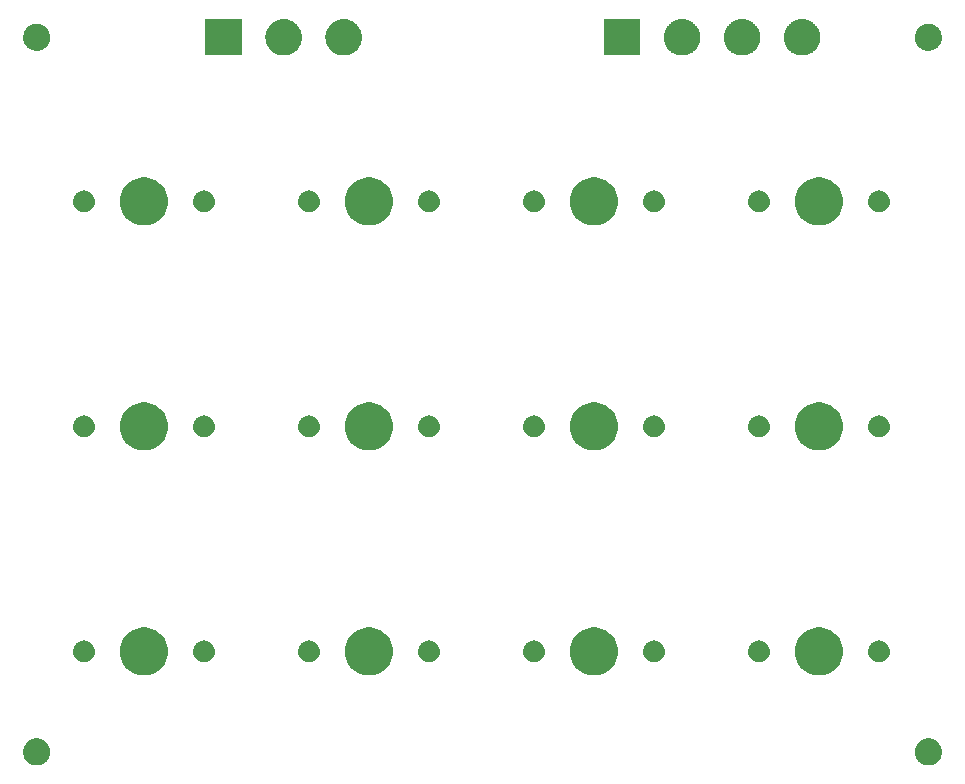
<source format=gts>
G04 #@! TF.GenerationSoftware,KiCad,Pcbnew,8.0.7*
G04 #@! TF.CreationDate,2024-12-19T23:47:55-08:00*
G04 #@! TF.ProjectId,Deej keypad,4465656a-206b-4657-9970-61642e6b6963,rev?*
G04 #@! TF.SameCoordinates,Original*
G04 #@! TF.FileFunction,Soldermask,Top*
G04 #@! TF.FilePolarity,Negative*
%FSLAX46Y46*%
G04 Gerber Fmt 4.6, Leading zero omitted, Abs format (unit mm)*
G04 Created by KiCad (PCBNEW 8.0.7) date 2024-12-19 23:47:55*
%MOMM*%
%LPD*%
G01*
G04 APERTURE LIST*
G04 APERTURE END LIST*
G36*
X119550672Y-134353910D02*
G01*
X119606201Y-134353910D01*
X119655050Y-134363041D01*
X119699783Y-134366955D01*
X119754691Y-134381667D01*
X119814986Y-134392939D01*
X119855882Y-134408782D01*
X119893500Y-134418862D01*
X119950449Y-134445417D01*
X120013045Y-134469667D01*
X120045350Y-134489669D01*
X120075263Y-134503618D01*
X120131688Y-134543127D01*
X120193632Y-134581482D01*
X120217378Y-134603130D01*
X120239539Y-134618647D01*
X120292543Y-134671651D01*
X120350599Y-134724576D01*
X120366424Y-134745532D01*
X120381352Y-134760460D01*
X120427922Y-134826969D01*
X120478600Y-134894077D01*
X120487677Y-134912307D01*
X120496381Y-134924737D01*
X120533430Y-135004191D01*
X120573276Y-135084211D01*
X120577239Y-135098139D01*
X120581137Y-135106499D01*
X120605709Y-135198204D01*
X120631402Y-135288504D01*
X120632192Y-135297039D01*
X120633044Y-135300216D01*
X120642447Y-135407707D01*
X120651000Y-135500000D01*
X120642447Y-135592299D01*
X120633044Y-135699783D01*
X120632193Y-135702958D01*
X120631402Y-135711496D01*
X120605705Y-135801811D01*
X120581137Y-135893500D01*
X120577239Y-135901857D01*
X120573276Y-135915789D01*
X120533427Y-135995815D01*
X120496381Y-136075263D01*
X120487678Y-136087691D01*
X120478600Y-136105923D01*
X120427917Y-136173037D01*
X120381352Y-136239539D01*
X120366427Y-136254463D01*
X120350599Y-136275424D01*
X120292532Y-136328358D01*
X120239539Y-136381352D01*
X120217383Y-136396865D01*
X120193632Y-136418518D01*
X120131675Y-136456879D01*
X120075263Y-136496381D01*
X120045357Y-136510325D01*
X120013045Y-136530333D01*
X119950436Y-136554587D01*
X119893500Y-136581137D01*
X119855890Y-136591214D01*
X119814986Y-136607061D01*
X119754679Y-136618334D01*
X119699783Y-136633044D01*
X119655060Y-136636956D01*
X119606201Y-136646090D01*
X119550660Y-136646090D01*
X119500000Y-136650522D01*
X119449340Y-136646090D01*
X119393799Y-136646090D01*
X119344940Y-136636956D01*
X119300216Y-136633044D01*
X119245317Y-136618333D01*
X119185014Y-136607061D01*
X119144111Y-136591215D01*
X119106499Y-136581137D01*
X119049557Y-136554585D01*
X118986955Y-136530333D01*
X118954645Y-136510327D01*
X118924736Y-136496381D01*
X118868315Y-136456874D01*
X118806368Y-136418518D01*
X118782619Y-136396868D01*
X118760460Y-136381352D01*
X118707456Y-136328348D01*
X118649401Y-136275424D01*
X118633575Y-136254467D01*
X118618647Y-136239539D01*
X118572069Y-136173019D01*
X118521400Y-136105923D01*
X118512324Y-136087696D01*
X118503618Y-136075263D01*
X118466556Y-135995783D01*
X118426724Y-135915789D01*
X118422761Y-135901863D01*
X118418862Y-135893500D01*
X118394277Y-135801751D01*
X118368598Y-135711496D01*
X118367807Y-135702964D01*
X118366955Y-135699783D01*
X118357534Y-135592106D01*
X118349000Y-135500000D01*
X118357534Y-135407900D01*
X118366955Y-135300216D01*
X118367807Y-135297034D01*
X118368598Y-135288504D01*
X118394273Y-135198264D01*
X118418862Y-135106499D01*
X118422762Y-135098134D01*
X118426724Y-135084211D01*
X118466553Y-135004222D01*
X118503618Y-134924737D01*
X118512324Y-134912302D01*
X118521400Y-134894077D01*
X118572063Y-134826987D01*
X118618647Y-134760460D01*
X118633578Y-134745528D01*
X118649401Y-134724576D01*
X118707444Y-134671662D01*
X118760460Y-134618647D01*
X118782624Y-134603127D01*
X118806368Y-134581482D01*
X118868308Y-134543129D01*
X118924737Y-134503618D01*
X118954649Y-134489669D01*
X118986955Y-134469667D01*
X119049546Y-134445419D01*
X119106499Y-134418862D01*
X119144119Y-134408781D01*
X119185014Y-134392939D01*
X119245304Y-134381668D01*
X119300216Y-134366955D01*
X119344950Y-134363041D01*
X119393799Y-134353910D01*
X119449328Y-134353910D01*
X119500000Y-134349477D01*
X119550672Y-134353910D01*
G37*
G36*
X195050672Y-134353910D02*
G01*
X195106201Y-134353910D01*
X195155050Y-134363041D01*
X195199783Y-134366955D01*
X195254691Y-134381667D01*
X195314986Y-134392939D01*
X195355882Y-134408782D01*
X195393500Y-134418862D01*
X195450449Y-134445417D01*
X195513045Y-134469667D01*
X195545350Y-134489669D01*
X195575263Y-134503618D01*
X195631688Y-134543127D01*
X195693632Y-134581482D01*
X195717378Y-134603130D01*
X195739539Y-134618647D01*
X195792543Y-134671651D01*
X195850599Y-134724576D01*
X195866424Y-134745532D01*
X195881352Y-134760460D01*
X195927922Y-134826969D01*
X195978600Y-134894077D01*
X195987677Y-134912307D01*
X195996381Y-134924737D01*
X196033430Y-135004191D01*
X196073276Y-135084211D01*
X196077239Y-135098139D01*
X196081137Y-135106499D01*
X196105709Y-135198204D01*
X196131402Y-135288504D01*
X196132192Y-135297039D01*
X196133044Y-135300216D01*
X196142447Y-135407707D01*
X196151000Y-135500000D01*
X196142447Y-135592299D01*
X196133044Y-135699783D01*
X196132193Y-135702958D01*
X196131402Y-135711496D01*
X196105705Y-135801811D01*
X196081137Y-135893500D01*
X196077239Y-135901857D01*
X196073276Y-135915789D01*
X196033427Y-135995815D01*
X195996381Y-136075263D01*
X195987678Y-136087691D01*
X195978600Y-136105923D01*
X195927917Y-136173037D01*
X195881352Y-136239539D01*
X195866427Y-136254463D01*
X195850599Y-136275424D01*
X195792532Y-136328358D01*
X195739539Y-136381352D01*
X195717383Y-136396865D01*
X195693632Y-136418518D01*
X195631675Y-136456879D01*
X195575263Y-136496381D01*
X195545357Y-136510325D01*
X195513045Y-136530333D01*
X195450436Y-136554587D01*
X195393500Y-136581137D01*
X195355890Y-136591214D01*
X195314986Y-136607061D01*
X195254679Y-136618334D01*
X195199783Y-136633044D01*
X195155060Y-136636956D01*
X195106201Y-136646090D01*
X195050660Y-136646090D01*
X195000000Y-136650522D01*
X194949340Y-136646090D01*
X194893799Y-136646090D01*
X194844940Y-136636956D01*
X194800216Y-136633044D01*
X194745317Y-136618333D01*
X194685014Y-136607061D01*
X194644111Y-136591215D01*
X194606499Y-136581137D01*
X194549557Y-136554585D01*
X194486955Y-136530333D01*
X194454645Y-136510327D01*
X194424736Y-136496381D01*
X194368315Y-136456874D01*
X194306368Y-136418518D01*
X194282619Y-136396868D01*
X194260460Y-136381352D01*
X194207456Y-136328348D01*
X194149401Y-136275424D01*
X194133575Y-136254467D01*
X194118647Y-136239539D01*
X194072069Y-136173019D01*
X194021400Y-136105923D01*
X194012324Y-136087696D01*
X194003618Y-136075263D01*
X193966556Y-135995783D01*
X193926724Y-135915789D01*
X193922761Y-135901863D01*
X193918862Y-135893500D01*
X193894277Y-135801751D01*
X193868598Y-135711496D01*
X193867807Y-135702964D01*
X193866955Y-135699783D01*
X193857534Y-135592106D01*
X193849000Y-135500000D01*
X193857534Y-135407900D01*
X193866955Y-135300216D01*
X193867807Y-135297034D01*
X193868598Y-135288504D01*
X193894273Y-135198264D01*
X193918862Y-135106499D01*
X193922762Y-135098134D01*
X193926724Y-135084211D01*
X193966553Y-135004222D01*
X194003618Y-134924737D01*
X194012324Y-134912302D01*
X194021400Y-134894077D01*
X194072063Y-134826987D01*
X194118647Y-134760460D01*
X194133578Y-134745528D01*
X194149401Y-134724576D01*
X194207444Y-134671662D01*
X194260460Y-134618647D01*
X194282624Y-134603127D01*
X194306368Y-134581482D01*
X194368308Y-134543129D01*
X194424737Y-134503618D01*
X194454649Y-134489669D01*
X194486955Y-134469667D01*
X194549546Y-134445419D01*
X194606499Y-134418862D01*
X194644119Y-134408781D01*
X194685014Y-134392939D01*
X194745304Y-134381668D01*
X194800216Y-134366955D01*
X194844950Y-134363041D01*
X194893799Y-134353910D01*
X194949328Y-134353910D01*
X195000000Y-134349477D01*
X195050672Y-134353910D01*
G37*
G36*
X129003547Y-124997871D02*
G01*
X129272295Y-125073171D01*
X129528287Y-125184364D01*
X129766754Y-125329378D01*
X129983253Y-125505514D01*
X130173752Y-125709488D01*
X130334702Y-125937503D01*
X130463105Y-126185310D01*
X130556570Y-126448293D01*
X130613354Y-126721553D01*
X130632400Y-127000000D01*
X130613354Y-127278447D01*
X130556570Y-127551707D01*
X130463105Y-127814690D01*
X130334702Y-128062497D01*
X130173752Y-128290512D01*
X129983253Y-128494486D01*
X129766754Y-128670622D01*
X129528287Y-128815636D01*
X129272295Y-128926829D01*
X129003547Y-129002129D01*
X128727049Y-129040133D01*
X128447951Y-129040133D01*
X128171453Y-129002129D01*
X127902705Y-128926829D01*
X127646713Y-128815636D01*
X127408246Y-128670622D01*
X127191747Y-128494486D01*
X127001248Y-128290512D01*
X126840298Y-128062497D01*
X126711895Y-127814690D01*
X126618430Y-127551707D01*
X126561646Y-127278447D01*
X126542600Y-127000000D01*
X126561646Y-126721553D01*
X126618430Y-126448293D01*
X126711895Y-126185310D01*
X126840298Y-125937503D01*
X127001248Y-125709488D01*
X127191747Y-125505514D01*
X127408246Y-125329378D01*
X127646713Y-125184364D01*
X127902705Y-125073171D01*
X128171453Y-124997871D01*
X128447951Y-124959867D01*
X128727049Y-124959867D01*
X129003547Y-124997871D01*
G37*
G36*
X148053547Y-124997871D02*
G01*
X148322295Y-125073171D01*
X148578287Y-125184364D01*
X148816754Y-125329378D01*
X149033253Y-125505514D01*
X149223752Y-125709488D01*
X149384702Y-125937503D01*
X149513105Y-126185310D01*
X149606570Y-126448293D01*
X149663354Y-126721553D01*
X149682400Y-127000000D01*
X149663354Y-127278447D01*
X149606570Y-127551707D01*
X149513105Y-127814690D01*
X149384702Y-128062497D01*
X149223752Y-128290512D01*
X149033253Y-128494486D01*
X148816754Y-128670622D01*
X148578287Y-128815636D01*
X148322295Y-128926829D01*
X148053547Y-129002129D01*
X147777049Y-129040133D01*
X147497951Y-129040133D01*
X147221453Y-129002129D01*
X146952705Y-128926829D01*
X146696713Y-128815636D01*
X146458246Y-128670622D01*
X146241747Y-128494486D01*
X146051248Y-128290512D01*
X145890298Y-128062497D01*
X145761895Y-127814690D01*
X145668430Y-127551707D01*
X145611646Y-127278447D01*
X145592600Y-127000000D01*
X145611646Y-126721553D01*
X145668430Y-126448293D01*
X145761895Y-126185310D01*
X145890298Y-125937503D01*
X146051248Y-125709488D01*
X146241747Y-125505514D01*
X146458246Y-125329378D01*
X146696713Y-125184364D01*
X146952705Y-125073171D01*
X147221453Y-124997871D01*
X147497951Y-124959867D01*
X147777049Y-124959867D01*
X148053547Y-124997871D01*
G37*
G36*
X167103547Y-124997871D02*
G01*
X167372295Y-125073171D01*
X167628287Y-125184364D01*
X167866754Y-125329378D01*
X168083253Y-125505514D01*
X168273752Y-125709488D01*
X168434702Y-125937503D01*
X168563105Y-126185310D01*
X168656570Y-126448293D01*
X168713354Y-126721553D01*
X168732400Y-127000000D01*
X168713354Y-127278447D01*
X168656570Y-127551707D01*
X168563105Y-127814690D01*
X168434702Y-128062497D01*
X168273752Y-128290512D01*
X168083253Y-128494486D01*
X167866754Y-128670622D01*
X167628287Y-128815636D01*
X167372295Y-128926829D01*
X167103547Y-129002129D01*
X166827049Y-129040133D01*
X166547951Y-129040133D01*
X166271453Y-129002129D01*
X166002705Y-128926829D01*
X165746713Y-128815636D01*
X165508246Y-128670622D01*
X165291747Y-128494486D01*
X165101248Y-128290512D01*
X164940298Y-128062497D01*
X164811895Y-127814690D01*
X164718430Y-127551707D01*
X164661646Y-127278447D01*
X164642600Y-127000000D01*
X164661646Y-126721553D01*
X164718430Y-126448293D01*
X164811895Y-126185310D01*
X164940298Y-125937503D01*
X165101248Y-125709488D01*
X165291747Y-125505514D01*
X165508246Y-125329378D01*
X165746713Y-125184364D01*
X166002705Y-125073171D01*
X166271453Y-124997871D01*
X166547951Y-124959867D01*
X166827049Y-124959867D01*
X167103547Y-124997871D01*
G37*
G36*
X186153547Y-124997871D02*
G01*
X186422295Y-125073171D01*
X186678287Y-125184364D01*
X186916754Y-125329378D01*
X187133253Y-125505514D01*
X187323752Y-125709488D01*
X187484702Y-125937503D01*
X187613105Y-126185310D01*
X187706570Y-126448293D01*
X187763354Y-126721553D01*
X187782400Y-127000000D01*
X187763354Y-127278447D01*
X187706570Y-127551707D01*
X187613105Y-127814690D01*
X187484702Y-128062497D01*
X187323752Y-128290512D01*
X187133253Y-128494486D01*
X186916754Y-128670622D01*
X186678287Y-128815636D01*
X186422295Y-128926829D01*
X186153547Y-129002129D01*
X185877049Y-129040133D01*
X185597951Y-129040133D01*
X185321453Y-129002129D01*
X185052705Y-128926829D01*
X184796713Y-128815636D01*
X184558246Y-128670622D01*
X184341747Y-128494486D01*
X184151248Y-128290512D01*
X183990298Y-128062497D01*
X183861895Y-127814690D01*
X183768430Y-127551707D01*
X183711646Y-127278447D01*
X183692600Y-127000000D01*
X183711646Y-126721553D01*
X183768430Y-126448293D01*
X183861895Y-126185310D01*
X183990298Y-125937503D01*
X184151248Y-125709488D01*
X184341747Y-125505514D01*
X184558246Y-125329378D01*
X184796713Y-125184364D01*
X185052705Y-125073171D01*
X185321453Y-124997871D01*
X185597951Y-124959867D01*
X185877049Y-124959867D01*
X186153547Y-124997871D01*
G37*
G36*
X123552872Y-126079073D02*
G01*
X123604293Y-126079073D01*
X123648698Y-126088511D01*
X123688033Y-126092386D01*
X123737448Y-126107375D01*
X123793650Y-126119322D01*
X123829615Y-126135334D01*
X123861636Y-126145048D01*
X123912524Y-126172247D01*
X123970500Y-126198060D01*
X123997450Y-126217641D01*
X124021621Y-126230560D01*
X124070929Y-126271026D01*
X124127115Y-126311848D01*
X124145357Y-126332108D01*
X124161853Y-126345646D01*
X124206181Y-126399659D01*
X124256650Y-126455711D01*
X124267252Y-126474074D01*
X124276939Y-126485878D01*
X124312766Y-126552908D01*
X124353443Y-126623362D01*
X124358123Y-126637766D01*
X124362451Y-126645863D01*
X124386310Y-126724517D01*
X124413265Y-126807474D01*
X124414213Y-126816501D01*
X124415113Y-126819466D01*
X124423874Y-126908416D01*
X124433500Y-127000000D01*
X124423873Y-127091590D01*
X124415113Y-127180533D01*
X124414214Y-127183496D01*
X124413265Y-127192526D01*
X124386306Y-127275496D01*
X124362451Y-127354136D01*
X124358124Y-127362231D01*
X124353443Y-127376638D01*
X124312759Y-127447103D01*
X124276939Y-127514121D01*
X124267254Y-127525921D01*
X124256650Y-127544289D01*
X124206171Y-127600350D01*
X124161853Y-127654353D01*
X124145361Y-127667887D01*
X124127115Y-127688152D01*
X124070918Y-127728980D01*
X124021621Y-127769439D01*
X123997456Y-127782355D01*
X123970500Y-127801940D01*
X123912512Y-127827757D01*
X123861636Y-127854951D01*
X123829622Y-127864662D01*
X123793650Y-127880678D01*
X123737437Y-127892626D01*
X123688033Y-127907613D01*
X123648707Y-127911486D01*
X123604293Y-127920927D01*
X123552862Y-127920927D01*
X123507500Y-127925395D01*
X123462138Y-127920927D01*
X123410707Y-127920927D01*
X123366293Y-127911486D01*
X123326966Y-127907613D01*
X123277559Y-127892625D01*
X123221350Y-127880678D01*
X123185380Y-127864663D01*
X123153363Y-127854951D01*
X123102481Y-127827754D01*
X123044500Y-127801940D01*
X123017546Y-127782357D01*
X122993378Y-127769439D01*
X122944072Y-127728974D01*
X122887885Y-127688152D01*
X122869641Y-127667890D01*
X122853146Y-127654353D01*
X122808816Y-127600338D01*
X122758350Y-127544289D01*
X122747748Y-127525925D01*
X122738060Y-127514121D01*
X122702226Y-127447080D01*
X122661557Y-127376638D01*
X122656877Y-127362236D01*
X122652548Y-127354136D01*
X122628678Y-127275450D01*
X122601735Y-127192526D01*
X122600786Y-127183501D01*
X122599886Y-127180533D01*
X122591110Y-127091439D01*
X122581500Y-127000000D01*
X122591109Y-126908568D01*
X122599886Y-126819466D01*
X122600786Y-126816496D01*
X122601735Y-126807474D01*
X122628674Y-126724564D01*
X122652548Y-126645863D01*
X122656878Y-126637761D01*
X122661557Y-126623362D01*
X122702219Y-126552932D01*
X122738060Y-126485878D01*
X122747750Y-126474070D01*
X122758350Y-126455711D01*
X122808807Y-126399672D01*
X122853146Y-126345646D01*
X122869644Y-126332105D01*
X122887885Y-126311848D01*
X122944061Y-126271033D01*
X122993378Y-126230560D01*
X123017551Y-126217639D01*
X123044500Y-126198060D01*
X123102469Y-126172250D01*
X123153363Y-126145048D01*
X123185387Y-126135333D01*
X123221350Y-126119322D01*
X123277548Y-126107376D01*
X123326966Y-126092386D01*
X123366302Y-126088511D01*
X123410707Y-126079073D01*
X123462128Y-126079073D01*
X123507500Y-126074604D01*
X123552872Y-126079073D01*
G37*
G36*
X133712872Y-126079073D02*
G01*
X133764293Y-126079073D01*
X133808698Y-126088511D01*
X133848033Y-126092386D01*
X133897448Y-126107375D01*
X133953650Y-126119322D01*
X133989615Y-126135334D01*
X134021636Y-126145048D01*
X134072524Y-126172247D01*
X134130500Y-126198060D01*
X134157450Y-126217641D01*
X134181621Y-126230560D01*
X134230929Y-126271026D01*
X134287115Y-126311848D01*
X134305357Y-126332108D01*
X134321853Y-126345646D01*
X134366181Y-126399659D01*
X134416650Y-126455711D01*
X134427252Y-126474074D01*
X134436939Y-126485878D01*
X134472766Y-126552908D01*
X134513443Y-126623362D01*
X134518123Y-126637766D01*
X134522451Y-126645863D01*
X134546310Y-126724517D01*
X134573265Y-126807474D01*
X134574213Y-126816501D01*
X134575113Y-126819466D01*
X134583874Y-126908416D01*
X134593500Y-127000000D01*
X134583873Y-127091590D01*
X134575113Y-127180533D01*
X134574214Y-127183496D01*
X134573265Y-127192526D01*
X134546306Y-127275496D01*
X134522451Y-127354136D01*
X134518124Y-127362231D01*
X134513443Y-127376638D01*
X134472759Y-127447103D01*
X134436939Y-127514121D01*
X134427254Y-127525921D01*
X134416650Y-127544289D01*
X134366171Y-127600350D01*
X134321853Y-127654353D01*
X134305361Y-127667887D01*
X134287115Y-127688152D01*
X134230918Y-127728980D01*
X134181621Y-127769439D01*
X134157456Y-127782355D01*
X134130500Y-127801940D01*
X134072512Y-127827757D01*
X134021636Y-127854951D01*
X133989622Y-127864662D01*
X133953650Y-127880678D01*
X133897437Y-127892626D01*
X133848033Y-127907613D01*
X133808707Y-127911486D01*
X133764293Y-127920927D01*
X133712862Y-127920927D01*
X133667500Y-127925395D01*
X133622138Y-127920927D01*
X133570707Y-127920927D01*
X133526293Y-127911486D01*
X133486966Y-127907613D01*
X133437559Y-127892625D01*
X133381350Y-127880678D01*
X133345380Y-127864663D01*
X133313363Y-127854951D01*
X133262481Y-127827754D01*
X133204500Y-127801940D01*
X133177546Y-127782357D01*
X133153378Y-127769439D01*
X133104072Y-127728974D01*
X133047885Y-127688152D01*
X133029641Y-127667890D01*
X133013146Y-127654353D01*
X132968816Y-127600338D01*
X132918350Y-127544289D01*
X132907748Y-127525925D01*
X132898060Y-127514121D01*
X132862226Y-127447080D01*
X132821557Y-127376638D01*
X132816877Y-127362236D01*
X132812548Y-127354136D01*
X132788678Y-127275450D01*
X132761735Y-127192526D01*
X132760786Y-127183501D01*
X132759886Y-127180533D01*
X132751110Y-127091439D01*
X132741500Y-127000000D01*
X132751109Y-126908568D01*
X132759886Y-126819466D01*
X132760786Y-126816496D01*
X132761735Y-126807474D01*
X132788674Y-126724564D01*
X132812548Y-126645863D01*
X132816878Y-126637761D01*
X132821557Y-126623362D01*
X132862219Y-126552932D01*
X132898060Y-126485878D01*
X132907750Y-126474070D01*
X132918350Y-126455711D01*
X132968807Y-126399672D01*
X133013146Y-126345646D01*
X133029644Y-126332105D01*
X133047885Y-126311848D01*
X133104061Y-126271033D01*
X133153378Y-126230560D01*
X133177551Y-126217639D01*
X133204500Y-126198060D01*
X133262469Y-126172250D01*
X133313363Y-126145048D01*
X133345387Y-126135333D01*
X133381350Y-126119322D01*
X133437548Y-126107376D01*
X133486966Y-126092386D01*
X133526302Y-126088511D01*
X133570707Y-126079073D01*
X133622128Y-126079073D01*
X133667500Y-126074604D01*
X133712872Y-126079073D01*
G37*
G36*
X142602872Y-126079073D02*
G01*
X142654293Y-126079073D01*
X142698698Y-126088511D01*
X142738033Y-126092386D01*
X142787448Y-126107375D01*
X142843650Y-126119322D01*
X142879615Y-126135334D01*
X142911636Y-126145048D01*
X142962524Y-126172247D01*
X143020500Y-126198060D01*
X143047450Y-126217641D01*
X143071621Y-126230560D01*
X143120929Y-126271026D01*
X143177115Y-126311848D01*
X143195357Y-126332108D01*
X143211853Y-126345646D01*
X143256181Y-126399659D01*
X143306650Y-126455711D01*
X143317252Y-126474074D01*
X143326939Y-126485878D01*
X143362766Y-126552908D01*
X143403443Y-126623362D01*
X143408123Y-126637766D01*
X143412451Y-126645863D01*
X143436310Y-126724517D01*
X143463265Y-126807474D01*
X143464213Y-126816501D01*
X143465113Y-126819466D01*
X143473874Y-126908416D01*
X143483500Y-127000000D01*
X143473873Y-127091590D01*
X143465113Y-127180533D01*
X143464214Y-127183496D01*
X143463265Y-127192526D01*
X143436306Y-127275496D01*
X143412451Y-127354136D01*
X143408124Y-127362231D01*
X143403443Y-127376638D01*
X143362759Y-127447103D01*
X143326939Y-127514121D01*
X143317254Y-127525921D01*
X143306650Y-127544289D01*
X143256171Y-127600350D01*
X143211853Y-127654353D01*
X143195361Y-127667887D01*
X143177115Y-127688152D01*
X143120918Y-127728980D01*
X143071621Y-127769439D01*
X143047456Y-127782355D01*
X143020500Y-127801940D01*
X142962512Y-127827757D01*
X142911636Y-127854951D01*
X142879622Y-127864662D01*
X142843650Y-127880678D01*
X142787437Y-127892626D01*
X142738033Y-127907613D01*
X142698707Y-127911486D01*
X142654293Y-127920927D01*
X142602862Y-127920927D01*
X142557500Y-127925395D01*
X142512138Y-127920927D01*
X142460707Y-127920927D01*
X142416293Y-127911486D01*
X142376966Y-127907613D01*
X142327559Y-127892625D01*
X142271350Y-127880678D01*
X142235380Y-127864663D01*
X142203363Y-127854951D01*
X142152481Y-127827754D01*
X142094500Y-127801940D01*
X142067546Y-127782357D01*
X142043378Y-127769439D01*
X141994072Y-127728974D01*
X141937885Y-127688152D01*
X141919641Y-127667890D01*
X141903146Y-127654353D01*
X141858816Y-127600338D01*
X141808350Y-127544289D01*
X141797748Y-127525925D01*
X141788060Y-127514121D01*
X141752226Y-127447080D01*
X141711557Y-127376638D01*
X141706877Y-127362236D01*
X141702548Y-127354136D01*
X141678678Y-127275450D01*
X141651735Y-127192526D01*
X141650786Y-127183501D01*
X141649886Y-127180533D01*
X141641110Y-127091439D01*
X141631500Y-127000000D01*
X141641109Y-126908568D01*
X141649886Y-126819466D01*
X141650786Y-126816496D01*
X141651735Y-126807474D01*
X141678674Y-126724564D01*
X141702548Y-126645863D01*
X141706878Y-126637761D01*
X141711557Y-126623362D01*
X141752219Y-126552932D01*
X141788060Y-126485878D01*
X141797750Y-126474070D01*
X141808350Y-126455711D01*
X141858807Y-126399672D01*
X141903146Y-126345646D01*
X141919644Y-126332105D01*
X141937885Y-126311848D01*
X141994061Y-126271033D01*
X142043378Y-126230560D01*
X142067551Y-126217639D01*
X142094500Y-126198060D01*
X142152469Y-126172250D01*
X142203363Y-126145048D01*
X142235387Y-126135333D01*
X142271350Y-126119322D01*
X142327548Y-126107376D01*
X142376966Y-126092386D01*
X142416302Y-126088511D01*
X142460707Y-126079073D01*
X142512128Y-126079073D01*
X142557500Y-126074604D01*
X142602872Y-126079073D01*
G37*
G36*
X152762872Y-126079073D02*
G01*
X152814293Y-126079073D01*
X152858698Y-126088511D01*
X152898033Y-126092386D01*
X152947448Y-126107375D01*
X153003650Y-126119322D01*
X153039615Y-126135334D01*
X153071636Y-126145048D01*
X153122524Y-126172247D01*
X153180500Y-126198060D01*
X153207450Y-126217641D01*
X153231621Y-126230560D01*
X153280929Y-126271026D01*
X153337115Y-126311848D01*
X153355357Y-126332108D01*
X153371853Y-126345646D01*
X153416181Y-126399659D01*
X153466650Y-126455711D01*
X153477252Y-126474074D01*
X153486939Y-126485878D01*
X153522766Y-126552908D01*
X153563443Y-126623362D01*
X153568123Y-126637766D01*
X153572451Y-126645863D01*
X153596310Y-126724517D01*
X153623265Y-126807474D01*
X153624213Y-126816501D01*
X153625113Y-126819466D01*
X153633874Y-126908416D01*
X153643500Y-127000000D01*
X153633873Y-127091590D01*
X153625113Y-127180533D01*
X153624214Y-127183496D01*
X153623265Y-127192526D01*
X153596306Y-127275496D01*
X153572451Y-127354136D01*
X153568124Y-127362231D01*
X153563443Y-127376638D01*
X153522759Y-127447103D01*
X153486939Y-127514121D01*
X153477254Y-127525921D01*
X153466650Y-127544289D01*
X153416171Y-127600350D01*
X153371853Y-127654353D01*
X153355361Y-127667887D01*
X153337115Y-127688152D01*
X153280918Y-127728980D01*
X153231621Y-127769439D01*
X153207456Y-127782355D01*
X153180500Y-127801940D01*
X153122512Y-127827757D01*
X153071636Y-127854951D01*
X153039622Y-127864662D01*
X153003650Y-127880678D01*
X152947437Y-127892626D01*
X152898033Y-127907613D01*
X152858707Y-127911486D01*
X152814293Y-127920927D01*
X152762862Y-127920927D01*
X152717500Y-127925395D01*
X152672138Y-127920927D01*
X152620707Y-127920927D01*
X152576293Y-127911486D01*
X152536966Y-127907613D01*
X152487559Y-127892625D01*
X152431350Y-127880678D01*
X152395380Y-127864663D01*
X152363363Y-127854951D01*
X152312481Y-127827754D01*
X152254500Y-127801940D01*
X152227546Y-127782357D01*
X152203378Y-127769439D01*
X152154072Y-127728974D01*
X152097885Y-127688152D01*
X152079641Y-127667890D01*
X152063146Y-127654353D01*
X152018816Y-127600338D01*
X151968350Y-127544289D01*
X151957748Y-127525925D01*
X151948060Y-127514121D01*
X151912226Y-127447080D01*
X151871557Y-127376638D01*
X151866877Y-127362236D01*
X151862548Y-127354136D01*
X151838678Y-127275450D01*
X151811735Y-127192526D01*
X151810786Y-127183501D01*
X151809886Y-127180533D01*
X151801110Y-127091439D01*
X151791500Y-127000000D01*
X151801109Y-126908568D01*
X151809886Y-126819466D01*
X151810786Y-126816496D01*
X151811735Y-126807474D01*
X151838674Y-126724564D01*
X151862548Y-126645863D01*
X151866878Y-126637761D01*
X151871557Y-126623362D01*
X151912219Y-126552932D01*
X151948060Y-126485878D01*
X151957750Y-126474070D01*
X151968350Y-126455711D01*
X152018807Y-126399672D01*
X152063146Y-126345646D01*
X152079644Y-126332105D01*
X152097885Y-126311848D01*
X152154061Y-126271033D01*
X152203378Y-126230560D01*
X152227551Y-126217639D01*
X152254500Y-126198060D01*
X152312469Y-126172250D01*
X152363363Y-126145048D01*
X152395387Y-126135333D01*
X152431350Y-126119322D01*
X152487548Y-126107376D01*
X152536966Y-126092386D01*
X152576302Y-126088511D01*
X152620707Y-126079073D01*
X152672128Y-126079073D01*
X152717500Y-126074604D01*
X152762872Y-126079073D01*
G37*
G36*
X161652872Y-126079073D02*
G01*
X161704293Y-126079073D01*
X161748698Y-126088511D01*
X161788033Y-126092386D01*
X161837448Y-126107375D01*
X161893650Y-126119322D01*
X161929615Y-126135334D01*
X161961636Y-126145048D01*
X162012524Y-126172247D01*
X162070500Y-126198060D01*
X162097450Y-126217641D01*
X162121621Y-126230560D01*
X162170929Y-126271026D01*
X162227115Y-126311848D01*
X162245357Y-126332108D01*
X162261853Y-126345646D01*
X162306181Y-126399659D01*
X162356650Y-126455711D01*
X162367252Y-126474074D01*
X162376939Y-126485878D01*
X162412766Y-126552908D01*
X162453443Y-126623362D01*
X162458123Y-126637766D01*
X162462451Y-126645863D01*
X162486310Y-126724517D01*
X162513265Y-126807474D01*
X162514213Y-126816501D01*
X162515113Y-126819466D01*
X162523874Y-126908416D01*
X162533500Y-127000000D01*
X162523873Y-127091590D01*
X162515113Y-127180533D01*
X162514214Y-127183496D01*
X162513265Y-127192526D01*
X162486306Y-127275496D01*
X162462451Y-127354136D01*
X162458124Y-127362231D01*
X162453443Y-127376638D01*
X162412759Y-127447103D01*
X162376939Y-127514121D01*
X162367254Y-127525921D01*
X162356650Y-127544289D01*
X162306171Y-127600350D01*
X162261853Y-127654353D01*
X162245361Y-127667887D01*
X162227115Y-127688152D01*
X162170918Y-127728980D01*
X162121621Y-127769439D01*
X162097456Y-127782355D01*
X162070500Y-127801940D01*
X162012512Y-127827757D01*
X161961636Y-127854951D01*
X161929622Y-127864662D01*
X161893650Y-127880678D01*
X161837437Y-127892626D01*
X161788033Y-127907613D01*
X161748707Y-127911486D01*
X161704293Y-127920927D01*
X161652862Y-127920927D01*
X161607500Y-127925395D01*
X161562138Y-127920927D01*
X161510707Y-127920927D01*
X161466293Y-127911486D01*
X161426966Y-127907613D01*
X161377559Y-127892625D01*
X161321350Y-127880678D01*
X161285380Y-127864663D01*
X161253363Y-127854951D01*
X161202481Y-127827754D01*
X161144500Y-127801940D01*
X161117546Y-127782357D01*
X161093378Y-127769439D01*
X161044072Y-127728974D01*
X160987885Y-127688152D01*
X160969641Y-127667890D01*
X160953146Y-127654353D01*
X160908816Y-127600338D01*
X160858350Y-127544289D01*
X160847748Y-127525925D01*
X160838060Y-127514121D01*
X160802226Y-127447080D01*
X160761557Y-127376638D01*
X160756877Y-127362236D01*
X160752548Y-127354136D01*
X160728678Y-127275450D01*
X160701735Y-127192526D01*
X160700786Y-127183501D01*
X160699886Y-127180533D01*
X160691110Y-127091439D01*
X160681500Y-127000000D01*
X160691109Y-126908568D01*
X160699886Y-126819466D01*
X160700786Y-126816496D01*
X160701735Y-126807474D01*
X160728674Y-126724564D01*
X160752548Y-126645863D01*
X160756878Y-126637761D01*
X160761557Y-126623362D01*
X160802219Y-126552932D01*
X160838060Y-126485878D01*
X160847750Y-126474070D01*
X160858350Y-126455711D01*
X160908807Y-126399672D01*
X160953146Y-126345646D01*
X160969644Y-126332105D01*
X160987885Y-126311848D01*
X161044061Y-126271033D01*
X161093378Y-126230560D01*
X161117551Y-126217639D01*
X161144500Y-126198060D01*
X161202469Y-126172250D01*
X161253363Y-126145048D01*
X161285387Y-126135333D01*
X161321350Y-126119322D01*
X161377548Y-126107376D01*
X161426966Y-126092386D01*
X161466302Y-126088511D01*
X161510707Y-126079073D01*
X161562128Y-126079073D01*
X161607500Y-126074604D01*
X161652872Y-126079073D01*
G37*
G36*
X171812872Y-126079073D02*
G01*
X171864293Y-126079073D01*
X171908698Y-126088511D01*
X171948033Y-126092386D01*
X171997448Y-126107375D01*
X172053650Y-126119322D01*
X172089615Y-126135334D01*
X172121636Y-126145048D01*
X172172524Y-126172247D01*
X172230500Y-126198060D01*
X172257450Y-126217641D01*
X172281621Y-126230560D01*
X172330929Y-126271026D01*
X172387115Y-126311848D01*
X172405357Y-126332108D01*
X172421853Y-126345646D01*
X172466181Y-126399659D01*
X172516650Y-126455711D01*
X172527252Y-126474074D01*
X172536939Y-126485878D01*
X172572766Y-126552908D01*
X172613443Y-126623362D01*
X172618123Y-126637766D01*
X172622451Y-126645863D01*
X172646310Y-126724517D01*
X172673265Y-126807474D01*
X172674213Y-126816501D01*
X172675113Y-126819466D01*
X172683874Y-126908416D01*
X172693500Y-127000000D01*
X172683873Y-127091590D01*
X172675113Y-127180533D01*
X172674214Y-127183496D01*
X172673265Y-127192526D01*
X172646306Y-127275496D01*
X172622451Y-127354136D01*
X172618124Y-127362231D01*
X172613443Y-127376638D01*
X172572759Y-127447103D01*
X172536939Y-127514121D01*
X172527254Y-127525921D01*
X172516650Y-127544289D01*
X172466171Y-127600350D01*
X172421853Y-127654353D01*
X172405361Y-127667887D01*
X172387115Y-127688152D01*
X172330918Y-127728980D01*
X172281621Y-127769439D01*
X172257456Y-127782355D01*
X172230500Y-127801940D01*
X172172512Y-127827757D01*
X172121636Y-127854951D01*
X172089622Y-127864662D01*
X172053650Y-127880678D01*
X171997437Y-127892626D01*
X171948033Y-127907613D01*
X171908707Y-127911486D01*
X171864293Y-127920927D01*
X171812862Y-127920927D01*
X171767500Y-127925395D01*
X171722138Y-127920927D01*
X171670707Y-127920927D01*
X171626293Y-127911486D01*
X171586966Y-127907613D01*
X171537559Y-127892625D01*
X171481350Y-127880678D01*
X171445380Y-127864663D01*
X171413363Y-127854951D01*
X171362481Y-127827754D01*
X171304500Y-127801940D01*
X171277546Y-127782357D01*
X171253378Y-127769439D01*
X171204072Y-127728974D01*
X171147885Y-127688152D01*
X171129641Y-127667890D01*
X171113146Y-127654353D01*
X171068816Y-127600338D01*
X171018350Y-127544289D01*
X171007748Y-127525925D01*
X170998060Y-127514121D01*
X170962226Y-127447080D01*
X170921557Y-127376638D01*
X170916877Y-127362236D01*
X170912548Y-127354136D01*
X170888678Y-127275450D01*
X170861735Y-127192526D01*
X170860786Y-127183501D01*
X170859886Y-127180533D01*
X170851110Y-127091439D01*
X170841500Y-127000000D01*
X170851109Y-126908568D01*
X170859886Y-126819466D01*
X170860786Y-126816496D01*
X170861735Y-126807474D01*
X170888674Y-126724564D01*
X170912548Y-126645863D01*
X170916878Y-126637761D01*
X170921557Y-126623362D01*
X170962219Y-126552932D01*
X170998060Y-126485878D01*
X171007750Y-126474070D01*
X171018350Y-126455711D01*
X171068807Y-126399672D01*
X171113146Y-126345646D01*
X171129644Y-126332105D01*
X171147885Y-126311848D01*
X171204061Y-126271033D01*
X171253378Y-126230560D01*
X171277551Y-126217639D01*
X171304500Y-126198060D01*
X171362469Y-126172250D01*
X171413363Y-126145048D01*
X171445387Y-126135333D01*
X171481350Y-126119322D01*
X171537548Y-126107376D01*
X171586966Y-126092386D01*
X171626302Y-126088511D01*
X171670707Y-126079073D01*
X171722128Y-126079073D01*
X171767500Y-126074604D01*
X171812872Y-126079073D01*
G37*
G36*
X180702872Y-126079073D02*
G01*
X180754293Y-126079073D01*
X180798698Y-126088511D01*
X180838033Y-126092386D01*
X180887448Y-126107375D01*
X180943650Y-126119322D01*
X180979615Y-126135334D01*
X181011636Y-126145048D01*
X181062524Y-126172247D01*
X181120500Y-126198060D01*
X181147450Y-126217641D01*
X181171621Y-126230560D01*
X181220929Y-126271026D01*
X181277115Y-126311848D01*
X181295357Y-126332108D01*
X181311853Y-126345646D01*
X181356181Y-126399659D01*
X181406650Y-126455711D01*
X181417252Y-126474074D01*
X181426939Y-126485878D01*
X181462766Y-126552908D01*
X181503443Y-126623362D01*
X181508123Y-126637766D01*
X181512451Y-126645863D01*
X181536310Y-126724517D01*
X181563265Y-126807474D01*
X181564213Y-126816501D01*
X181565113Y-126819466D01*
X181573874Y-126908416D01*
X181583500Y-127000000D01*
X181573873Y-127091590D01*
X181565113Y-127180533D01*
X181564214Y-127183496D01*
X181563265Y-127192526D01*
X181536306Y-127275496D01*
X181512451Y-127354136D01*
X181508124Y-127362231D01*
X181503443Y-127376638D01*
X181462759Y-127447103D01*
X181426939Y-127514121D01*
X181417254Y-127525921D01*
X181406650Y-127544289D01*
X181356171Y-127600350D01*
X181311853Y-127654353D01*
X181295361Y-127667887D01*
X181277115Y-127688152D01*
X181220918Y-127728980D01*
X181171621Y-127769439D01*
X181147456Y-127782355D01*
X181120500Y-127801940D01*
X181062512Y-127827757D01*
X181011636Y-127854951D01*
X180979622Y-127864662D01*
X180943650Y-127880678D01*
X180887437Y-127892626D01*
X180838033Y-127907613D01*
X180798707Y-127911486D01*
X180754293Y-127920927D01*
X180702862Y-127920927D01*
X180657500Y-127925395D01*
X180612138Y-127920927D01*
X180560707Y-127920927D01*
X180516293Y-127911486D01*
X180476966Y-127907613D01*
X180427559Y-127892625D01*
X180371350Y-127880678D01*
X180335380Y-127864663D01*
X180303363Y-127854951D01*
X180252481Y-127827754D01*
X180194500Y-127801940D01*
X180167546Y-127782357D01*
X180143378Y-127769439D01*
X180094072Y-127728974D01*
X180037885Y-127688152D01*
X180019641Y-127667890D01*
X180003146Y-127654353D01*
X179958816Y-127600338D01*
X179908350Y-127544289D01*
X179897748Y-127525925D01*
X179888060Y-127514121D01*
X179852226Y-127447080D01*
X179811557Y-127376638D01*
X179806877Y-127362236D01*
X179802548Y-127354136D01*
X179778678Y-127275450D01*
X179751735Y-127192526D01*
X179750786Y-127183501D01*
X179749886Y-127180533D01*
X179741110Y-127091439D01*
X179731500Y-127000000D01*
X179741109Y-126908568D01*
X179749886Y-126819466D01*
X179750786Y-126816496D01*
X179751735Y-126807474D01*
X179778674Y-126724564D01*
X179802548Y-126645863D01*
X179806878Y-126637761D01*
X179811557Y-126623362D01*
X179852219Y-126552932D01*
X179888060Y-126485878D01*
X179897750Y-126474070D01*
X179908350Y-126455711D01*
X179958807Y-126399672D01*
X180003146Y-126345646D01*
X180019644Y-126332105D01*
X180037885Y-126311848D01*
X180094061Y-126271033D01*
X180143378Y-126230560D01*
X180167551Y-126217639D01*
X180194500Y-126198060D01*
X180252469Y-126172250D01*
X180303363Y-126145048D01*
X180335387Y-126135333D01*
X180371350Y-126119322D01*
X180427548Y-126107376D01*
X180476966Y-126092386D01*
X180516302Y-126088511D01*
X180560707Y-126079073D01*
X180612128Y-126079073D01*
X180657500Y-126074604D01*
X180702872Y-126079073D01*
G37*
G36*
X190862872Y-126079073D02*
G01*
X190914293Y-126079073D01*
X190958698Y-126088511D01*
X190998033Y-126092386D01*
X191047448Y-126107375D01*
X191103650Y-126119322D01*
X191139615Y-126135334D01*
X191171636Y-126145048D01*
X191222524Y-126172247D01*
X191280500Y-126198060D01*
X191307450Y-126217641D01*
X191331621Y-126230560D01*
X191380929Y-126271026D01*
X191437115Y-126311848D01*
X191455357Y-126332108D01*
X191471853Y-126345646D01*
X191516181Y-126399659D01*
X191566650Y-126455711D01*
X191577252Y-126474074D01*
X191586939Y-126485878D01*
X191622766Y-126552908D01*
X191663443Y-126623362D01*
X191668123Y-126637766D01*
X191672451Y-126645863D01*
X191696310Y-126724517D01*
X191723265Y-126807474D01*
X191724213Y-126816501D01*
X191725113Y-126819466D01*
X191733874Y-126908416D01*
X191743500Y-127000000D01*
X191733873Y-127091590D01*
X191725113Y-127180533D01*
X191724214Y-127183496D01*
X191723265Y-127192526D01*
X191696306Y-127275496D01*
X191672451Y-127354136D01*
X191668124Y-127362231D01*
X191663443Y-127376638D01*
X191622759Y-127447103D01*
X191586939Y-127514121D01*
X191577254Y-127525921D01*
X191566650Y-127544289D01*
X191516171Y-127600350D01*
X191471853Y-127654353D01*
X191455361Y-127667887D01*
X191437115Y-127688152D01*
X191380918Y-127728980D01*
X191331621Y-127769439D01*
X191307456Y-127782355D01*
X191280500Y-127801940D01*
X191222512Y-127827757D01*
X191171636Y-127854951D01*
X191139622Y-127864662D01*
X191103650Y-127880678D01*
X191047437Y-127892626D01*
X190998033Y-127907613D01*
X190958707Y-127911486D01*
X190914293Y-127920927D01*
X190862862Y-127920927D01*
X190817500Y-127925395D01*
X190772138Y-127920927D01*
X190720707Y-127920927D01*
X190676293Y-127911486D01*
X190636966Y-127907613D01*
X190587559Y-127892625D01*
X190531350Y-127880678D01*
X190495380Y-127864663D01*
X190463363Y-127854951D01*
X190412481Y-127827754D01*
X190354500Y-127801940D01*
X190327546Y-127782357D01*
X190303378Y-127769439D01*
X190254072Y-127728974D01*
X190197885Y-127688152D01*
X190179641Y-127667890D01*
X190163146Y-127654353D01*
X190118816Y-127600338D01*
X190068350Y-127544289D01*
X190057748Y-127525925D01*
X190048060Y-127514121D01*
X190012226Y-127447080D01*
X189971557Y-127376638D01*
X189966877Y-127362236D01*
X189962548Y-127354136D01*
X189938678Y-127275450D01*
X189911735Y-127192526D01*
X189910786Y-127183501D01*
X189909886Y-127180533D01*
X189901110Y-127091439D01*
X189891500Y-127000000D01*
X189901109Y-126908568D01*
X189909886Y-126819466D01*
X189910786Y-126816496D01*
X189911735Y-126807474D01*
X189938674Y-126724564D01*
X189962548Y-126645863D01*
X189966878Y-126637761D01*
X189971557Y-126623362D01*
X190012219Y-126552932D01*
X190048060Y-126485878D01*
X190057750Y-126474070D01*
X190068350Y-126455711D01*
X190118807Y-126399672D01*
X190163146Y-126345646D01*
X190179644Y-126332105D01*
X190197885Y-126311848D01*
X190254061Y-126271033D01*
X190303378Y-126230560D01*
X190327551Y-126217639D01*
X190354500Y-126198060D01*
X190412469Y-126172250D01*
X190463363Y-126145048D01*
X190495387Y-126135333D01*
X190531350Y-126119322D01*
X190587548Y-126107376D01*
X190636966Y-126092386D01*
X190676302Y-126088511D01*
X190720707Y-126079073D01*
X190772128Y-126079073D01*
X190817500Y-126074604D01*
X190862872Y-126079073D01*
G37*
G36*
X129003547Y-105947871D02*
G01*
X129272295Y-106023171D01*
X129528287Y-106134364D01*
X129766754Y-106279378D01*
X129983253Y-106455514D01*
X130173752Y-106659488D01*
X130334702Y-106887503D01*
X130463105Y-107135310D01*
X130556570Y-107398293D01*
X130613354Y-107671553D01*
X130632400Y-107950000D01*
X130613354Y-108228447D01*
X130556570Y-108501707D01*
X130463105Y-108764690D01*
X130334702Y-109012497D01*
X130173752Y-109240512D01*
X129983253Y-109444486D01*
X129766754Y-109620622D01*
X129528287Y-109765636D01*
X129272295Y-109876829D01*
X129003547Y-109952129D01*
X128727049Y-109990133D01*
X128447951Y-109990133D01*
X128171453Y-109952129D01*
X127902705Y-109876829D01*
X127646713Y-109765636D01*
X127408246Y-109620622D01*
X127191747Y-109444486D01*
X127001248Y-109240512D01*
X126840298Y-109012497D01*
X126711895Y-108764690D01*
X126618430Y-108501707D01*
X126561646Y-108228447D01*
X126542600Y-107950000D01*
X126561646Y-107671553D01*
X126618430Y-107398293D01*
X126711895Y-107135310D01*
X126840298Y-106887503D01*
X127001248Y-106659488D01*
X127191747Y-106455514D01*
X127408246Y-106279378D01*
X127646713Y-106134364D01*
X127902705Y-106023171D01*
X128171453Y-105947871D01*
X128447951Y-105909867D01*
X128727049Y-105909867D01*
X129003547Y-105947871D01*
G37*
G36*
X148053547Y-105947871D02*
G01*
X148322295Y-106023171D01*
X148578287Y-106134364D01*
X148816754Y-106279378D01*
X149033253Y-106455514D01*
X149223752Y-106659488D01*
X149384702Y-106887503D01*
X149513105Y-107135310D01*
X149606570Y-107398293D01*
X149663354Y-107671553D01*
X149682400Y-107950000D01*
X149663354Y-108228447D01*
X149606570Y-108501707D01*
X149513105Y-108764690D01*
X149384702Y-109012497D01*
X149223752Y-109240512D01*
X149033253Y-109444486D01*
X148816754Y-109620622D01*
X148578287Y-109765636D01*
X148322295Y-109876829D01*
X148053547Y-109952129D01*
X147777049Y-109990133D01*
X147497951Y-109990133D01*
X147221453Y-109952129D01*
X146952705Y-109876829D01*
X146696713Y-109765636D01*
X146458246Y-109620622D01*
X146241747Y-109444486D01*
X146051248Y-109240512D01*
X145890298Y-109012497D01*
X145761895Y-108764690D01*
X145668430Y-108501707D01*
X145611646Y-108228447D01*
X145592600Y-107950000D01*
X145611646Y-107671553D01*
X145668430Y-107398293D01*
X145761895Y-107135310D01*
X145890298Y-106887503D01*
X146051248Y-106659488D01*
X146241747Y-106455514D01*
X146458246Y-106279378D01*
X146696713Y-106134364D01*
X146952705Y-106023171D01*
X147221453Y-105947871D01*
X147497951Y-105909867D01*
X147777049Y-105909867D01*
X148053547Y-105947871D01*
G37*
G36*
X167103547Y-105947871D02*
G01*
X167372295Y-106023171D01*
X167628287Y-106134364D01*
X167866754Y-106279378D01*
X168083253Y-106455514D01*
X168273752Y-106659488D01*
X168434702Y-106887503D01*
X168563105Y-107135310D01*
X168656570Y-107398293D01*
X168713354Y-107671553D01*
X168732400Y-107950000D01*
X168713354Y-108228447D01*
X168656570Y-108501707D01*
X168563105Y-108764690D01*
X168434702Y-109012497D01*
X168273752Y-109240512D01*
X168083253Y-109444486D01*
X167866754Y-109620622D01*
X167628287Y-109765636D01*
X167372295Y-109876829D01*
X167103547Y-109952129D01*
X166827049Y-109990133D01*
X166547951Y-109990133D01*
X166271453Y-109952129D01*
X166002705Y-109876829D01*
X165746713Y-109765636D01*
X165508246Y-109620622D01*
X165291747Y-109444486D01*
X165101248Y-109240512D01*
X164940298Y-109012497D01*
X164811895Y-108764690D01*
X164718430Y-108501707D01*
X164661646Y-108228447D01*
X164642600Y-107950000D01*
X164661646Y-107671553D01*
X164718430Y-107398293D01*
X164811895Y-107135310D01*
X164940298Y-106887503D01*
X165101248Y-106659488D01*
X165291747Y-106455514D01*
X165508246Y-106279378D01*
X165746713Y-106134364D01*
X166002705Y-106023171D01*
X166271453Y-105947871D01*
X166547951Y-105909867D01*
X166827049Y-105909867D01*
X167103547Y-105947871D01*
G37*
G36*
X186153547Y-105947871D02*
G01*
X186422295Y-106023171D01*
X186678287Y-106134364D01*
X186916754Y-106279378D01*
X187133253Y-106455514D01*
X187323752Y-106659488D01*
X187484702Y-106887503D01*
X187613105Y-107135310D01*
X187706570Y-107398293D01*
X187763354Y-107671553D01*
X187782400Y-107950000D01*
X187763354Y-108228447D01*
X187706570Y-108501707D01*
X187613105Y-108764690D01*
X187484702Y-109012497D01*
X187323752Y-109240512D01*
X187133253Y-109444486D01*
X186916754Y-109620622D01*
X186678287Y-109765636D01*
X186422295Y-109876829D01*
X186153547Y-109952129D01*
X185877049Y-109990133D01*
X185597951Y-109990133D01*
X185321453Y-109952129D01*
X185052705Y-109876829D01*
X184796713Y-109765636D01*
X184558246Y-109620622D01*
X184341747Y-109444486D01*
X184151248Y-109240512D01*
X183990298Y-109012497D01*
X183861895Y-108764690D01*
X183768430Y-108501707D01*
X183711646Y-108228447D01*
X183692600Y-107950000D01*
X183711646Y-107671553D01*
X183768430Y-107398293D01*
X183861895Y-107135310D01*
X183990298Y-106887503D01*
X184151248Y-106659488D01*
X184341747Y-106455514D01*
X184558246Y-106279378D01*
X184796713Y-106134364D01*
X185052705Y-106023171D01*
X185321453Y-105947871D01*
X185597951Y-105909867D01*
X185877049Y-105909867D01*
X186153547Y-105947871D01*
G37*
G36*
X123552872Y-107029073D02*
G01*
X123604293Y-107029073D01*
X123648698Y-107038511D01*
X123688033Y-107042386D01*
X123737448Y-107057375D01*
X123793650Y-107069322D01*
X123829615Y-107085334D01*
X123861636Y-107095048D01*
X123912524Y-107122247D01*
X123970500Y-107148060D01*
X123997450Y-107167641D01*
X124021621Y-107180560D01*
X124070929Y-107221026D01*
X124127115Y-107261848D01*
X124145357Y-107282108D01*
X124161853Y-107295646D01*
X124206181Y-107349659D01*
X124256650Y-107405711D01*
X124267252Y-107424074D01*
X124276939Y-107435878D01*
X124312766Y-107502908D01*
X124353443Y-107573362D01*
X124358123Y-107587766D01*
X124362451Y-107595863D01*
X124386310Y-107674517D01*
X124413265Y-107757474D01*
X124414213Y-107766501D01*
X124415113Y-107769466D01*
X124423874Y-107858416D01*
X124433500Y-107950000D01*
X124423873Y-108041590D01*
X124415113Y-108130533D01*
X124414214Y-108133496D01*
X124413265Y-108142526D01*
X124386306Y-108225496D01*
X124362451Y-108304136D01*
X124358124Y-108312231D01*
X124353443Y-108326638D01*
X124312759Y-108397103D01*
X124276939Y-108464121D01*
X124267254Y-108475921D01*
X124256650Y-108494289D01*
X124206171Y-108550350D01*
X124161853Y-108604353D01*
X124145361Y-108617887D01*
X124127115Y-108638152D01*
X124070918Y-108678980D01*
X124021621Y-108719439D01*
X123997456Y-108732355D01*
X123970500Y-108751940D01*
X123912512Y-108777757D01*
X123861636Y-108804951D01*
X123829622Y-108814662D01*
X123793650Y-108830678D01*
X123737437Y-108842626D01*
X123688033Y-108857613D01*
X123648707Y-108861486D01*
X123604293Y-108870927D01*
X123552862Y-108870927D01*
X123507500Y-108875395D01*
X123462138Y-108870927D01*
X123410707Y-108870927D01*
X123366293Y-108861486D01*
X123326966Y-108857613D01*
X123277559Y-108842625D01*
X123221350Y-108830678D01*
X123185380Y-108814663D01*
X123153363Y-108804951D01*
X123102481Y-108777754D01*
X123044500Y-108751940D01*
X123017546Y-108732357D01*
X122993378Y-108719439D01*
X122944072Y-108678974D01*
X122887885Y-108638152D01*
X122869641Y-108617890D01*
X122853146Y-108604353D01*
X122808816Y-108550338D01*
X122758350Y-108494289D01*
X122747748Y-108475925D01*
X122738060Y-108464121D01*
X122702226Y-108397080D01*
X122661557Y-108326638D01*
X122656877Y-108312236D01*
X122652548Y-108304136D01*
X122628678Y-108225450D01*
X122601735Y-108142526D01*
X122600786Y-108133501D01*
X122599886Y-108130533D01*
X122591110Y-108041439D01*
X122581500Y-107950000D01*
X122591109Y-107858568D01*
X122599886Y-107769466D01*
X122600786Y-107766496D01*
X122601735Y-107757474D01*
X122628674Y-107674564D01*
X122652548Y-107595863D01*
X122656878Y-107587761D01*
X122661557Y-107573362D01*
X122702219Y-107502932D01*
X122738060Y-107435878D01*
X122747750Y-107424070D01*
X122758350Y-107405711D01*
X122808807Y-107349672D01*
X122853146Y-107295646D01*
X122869644Y-107282105D01*
X122887885Y-107261848D01*
X122944061Y-107221033D01*
X122993378Y-107180560D01*
X123017551Y-107167639D01*
X123044500Y-107148060D01*
X123102469Y-107122250D01*
X123153363Y-107095048D01*
X123185387Y-107085333D01*
X123221350Y-107069322D01*
X123277548Y-107057376D01*
X123326966Y-107042386D01*
X123366302Y-107038511D01*
X123410707Y-107029073D01*
X123462128Y-107029073D01*
X123507500Y-107024604D01*
X123552872Y-107029073D01*
G37*
G36*
X133712872Y-107029073D02*
G01*
X133764293Y-107029073D01*
X133808698Y-107038511D01*
X133848033Y-107042386D01*
X133897448Y-107057375D01*
X133953650Y-107069322D01*
X133989615Y-107085334D01*
X134021636Y-107095048D01*
X134072524Y-107122247D01*
X134130500Y-107148060D01*
X134157450Y-107167641D01*
X134181621Y-107180560D01*
X134230929Y-107221026D01*
X134287115Y-107261848D01*
X134305357Y-107282108D01*
X134321853Y-107295646D01*
X134366181Y-107349659D01*
X134416650Y-107405711D01*
X134427252Y-107424074D01*
X134436939Y-107435878D01*
X134472766Y-107502908D01*
X134513443Y-107573362D01*
X134518123Y-107587766D01*
X134522451Y-107595863D01*
X134546310Y-107674517D01*
X134573265Y-107757474D01*
X134574213Y-107766501D01*
X134575113Y-107769466D01*
X134583874Y-107858416D01*
X134593500Y-107950000D01*
X134583873Y-108041590D01*
X134575113Y-108130533D01*
X134574214Y-108133496D01*
X134573265Y-108142526D01*
X134546306Y-108225496D01*
X134522451Y-108304136D01*
X134518124Y-108312231D01*
X134513443Y-108326638D01*
X134472759Y-108397103D01*
X134436939Y-108464121D01*
X134427254Y-108475921D01*
X134416650Y-108494289D01*
X134366171Y-108550350D01*
X134321853Y-108604353D01*
X134305361Y-108617887D01*
X134287115Y-108638152D01*
X134230918Y-108678980D01*
X134181621Y-108719439D01*
X134157456Y-108732355D01*
X134130500Y-108751940D01*
X134072512Y-108777757D01*
X134021636Y-108804951D01*
X133989622Y-108814662D01*
X133953650Y-108830678D01*
X133897437Y-108842626D01*
X133848033Y-108857613D01*
X133808707Y-108861486D01*
X133764293Y-108870927D01*
X133712862Y-108870927D01*
X133667500Y-108875395D01*
X133622138Y-108870927D01*
X133570707Y-108870927D01*
X133526293Y-108861486D01*
X133486966Y-108857613D01*
X133437559Y-108842625D01*
X133381350Y-108830678D01*
X133345380Y-108814663D01*
X133313363Y-108804951D01*
X133262481Y-108777754D01*
X133204500Y-108751940D01*
X133177546Y-108732357D01*
X133153378Y-108719439D01*
X133104072Y-108678974D01*
X133047885Y-108638152D01*
X133029641Y-108617890D01*
X133013146Y-108604353D01*
X132968816Y-108550338D01*
X132918350Y-108494289D01*
X132907748Y-108475925D01*
X132898060Y-108464121D01*
X132862226Y-108397080D01*
X132821557Y-108326638D01*
X132816877Y-108312236D01*
X132812548Y-108304136D01*
X132788678Y-108225450D01*
X132761735Y-108142526D01*
X132760786Y-108133501D01*
X132759886Y-108130533D01*
X132751110Y-108041439D01*
X132741500Y-107950000D01*
X132751109Y-107858568D01*
X132759886Y-107769466D01*
X132760786Y-107766496D01*
X132761735Y-107757474D01*
X132788674Y-107674564D01*
X132812548Y-107595863D01*
X132816878Y-107587761D01*
X132821557Y-107573362D01*
X132862219Y-107502932D01*
X132898060Y-107435878D01*
X132907750Y-107424070D01*
X132918350Y-107405711D01*
X132968807Y-107349672D01*
X133013146Y-107295646D01*
X133029644Y-107282105D01*
X133047885Y-107261848D01*
X133104061Y-107221033D01*
X133153378Y-107180560D01*
X133177551Y-107167639D01*
X133204500Y-107148060D01*
X133262469Y-107122250D01*
X133313363Y-107095048D01*
X133345387Y-107085333D01*
X133381350Y-107069322D01*
X133437548Y-107057376D01*
X133486966Y-107042386D01*
X133526302Y-107038511D01*
X133570707Y-107029073D01*
X133622128Y-107029073D01*
X133667500Y-107024604D01*
X133712872Y-107029073D01*
G37*
G36*
X142602872Y-107029073D02*
G01*
X142654293Y-107029073D01*
X142698698Y-107038511D01*
X142738033Y-107042386D01*
X142787448Y-107057375D01*
X142843650Y-107069322D01*
X142879615Y-107085334D01*
X142911636Y-107095048D01*
X142962524Y-107122247D01*
X143020500Y-107148060D01*
X143047450Y-107167641D01*
X143071621Y-107180560D01*
X143120929Y-107221026D01*
X143177115Y-107261848D01*
X143195357Y-107282108D01*
X143211853Y-107295646D01*
X143256181Y-107349659D01*
X143306650Y-107405711D01*
X143317252Y-107424074D01*
X143326939Y-107435878D01*
X143362766Y-107502908D01*
X143403443Y-107573362D01*
X143408123Y-107587766D01*
X143412451Y-107595863D01*
X143436310Y-107674517D01*
X143463265Y-107757474D01*
X143464213Y-107766501D01*
X143465113Y-107769466D01*
X143473874Y-107858416D01*
X143483500Y-107950000D01*
X143473873Y-108041590D01*
X143465113Y-108130533D01*
X143464214Y-108133496D01*
X143463265Y-108142526D01*
X143436306Y-108225496D01*
X143412451Y-108304136D01*
X143408124Y-108312231D01*
X143403443Y-108326638D01*
X143362759Y-108397103D01*
X143326939Y-108464121D01*
X143317254Y-108475921D01*
X143306650Y-108494289D01*
X143256171Y-108550350D01*
X143211853Y-108604353D01*
X143195361Y-108617887D01*
X143177115Y-108638152D01*
X143120918Y-108678980D01*
X143071621Y-108719439D01*
X143047456Y-108732355D01*
X143020500Y-108751940D01*
X142962512Y-108777757D01*
X142911636Y-108804951D01*
X142879622Y-108814662D01*
X142843650Y-108830678D01*
X142787437Y-108842626D01*
X142738033Y-108857613D01*
X142698707Y-108861486D01*
X142654293Y-108870927D01*
X142602862Y-108870927D01*
X142557500Y-108875395D01*
X142512138Y-108870927D01*
X142460707Y-108870927D01*
X142416293Y-108861486D01*
X142376966Y-108857613D01*
X142327559Y-108842625D01*
X142271350Y-108830678D01*
X142235380Y-108814663D01*
X142203363Y-108804951D01*
X142152481Y-108777754D01*
X142094500Y-108751940D01*
X142067546Y-108732357D01*
X142043378Y-108719439D01*
X141994072Y-108678974D01*
X141937885Y-108638152D01*
X141919641Y-108617890D01*
X141903146Y-108604353D01*
X141858816Y-108550338D01*
X141808350Y-108494289D01*
X141797748Y-108475925D01*
X141788060Y-108464121D01*
X141752226Y-108397080D01*
X141711557Y-108326638D01*
X141706877Y-108312236D01*
X141702548Y-108304136D01*
X141678678Y-108225450D01*
X141651735Y-108142526D01*
X141650786Y-108133501D01*
X141649886Y-108130533D01*
X141641110Y-108041439D01*
X141631500Y-107950000D01*
X141641109Y-107858568D01*
X141649886Y-107769466D01*
X141650786Y-107766496D01*
X141651735Y-107757474D01*
X141678674Y-107674564D01*
X141702548Y-107595863D01*
X141706878Y-107587761D01*
X141711557Y-107573362D01*
X141752219Y-107502932D01*
X141788060Y-107435878D01*
X141797750Y-107424070D01*
X141808350Y-107405711D01*
X141858807Y-107349672D01*
X141903146Y-107295646D01*
X141919644Y-107282105D01*
X141937885Y-107261848D01*
X141994061Y-107221033D01*
X142043378Y-107180560D01*
X142067551Y-107167639D01*
X142094500Y-107148060D01*
X142152469Y-107122250D01*
X142203363Y-107095048D01*
X142235387Y-107085333D01*
X142271350Y-107069322D01*
X142327548Y-107057376D01*
X142376966Y-107042386D01*
X142416302Y-107038511D01*
X142460707Y-107029073D01*
X142512128Y-107029073D01*
X142557500Y-107024604D01*
X142602872Y-107029073D01*
G37*
G36*
X152762872Y-107029073D02*
G01*
X152814293Y-107029073D01*
X152858698Y-107038511D01*
X152898033Y-107042386D01*
X152947448Y-107057375D01*
X153003650Y-107069322D01*
X153039615Y-107085334D01*
X153071636Y-107095048D01*
X153122524Y-107122247D01*
X153180500Y-107148060D01*
X153207450Y-107167641D01*
X153231621Y-107180560D01*
X153280929Y-107221026D01*
X153337115Y-107261848D01*
X153355357Y-107282108D01*
X153371853Y-107295646D01*
X153416181Y-107349659D01*
X153466650Y-107405711D01*
X153477252Y-107424074D01*
X153486939Y-107435878D01*
X153522766Y-107502908D01*
X153563443Y-107573362D01*
X153568123Y-107587766D01*
X153572451Y-107595863D01*
X153596310Y-107674517D01*
X153623265Y-107757474D01*
X153624213Y-107766501D01*
X153625113Y-107769466D01*
X153633874Y-107858416D01*
X153643500Y-107950000D01*
X153633873Y-108041590D01*
X153625113Y-108130533D01*
X153624214Y-108133496D01*
X153623265Y-108142526D01*
X153596306Y-108225496D01*
X153572451Y-108304136D01*
X153568124Y-108312231D01*
X153563443Y-108326638D01*
X153522759Y-108397103D01*
X153486939Y-108464121D01*
X153477254Y-108475921D01*
X153466650Y-108494289D01*
X153416171Y-108550350D01*
X153371853Y-108604353D01*
X153355361Y-108617887D01*
X153337115Y-108638152D01*
X153280918Y-108678980D01*
X153231621Y-108719439D01*
X153207456Y-108732355D01*
X153180500Y-108751940D01*
X153122512Y-108777757D01*
X153071636Y-108804951D01*
X153039622Y-108814662D01*
X153003650Y-108830678D01*
X152947437Y-108842626D01*
X152898033Y-108857613D01*
X152858707Y-108861486D01*
X152814293Y-108870927D01*
X152762862Y-108870927D01*
X152717500Y-108875395D01*
X152672138Y-108870927D01*
X152620707Y-108870927D01*
X152576293Y-108861486D01*
X152536966Y-108857613D01*
X152487559Y-108842625D01*
X152431350Y-108830678D01*
X152395380Y-108814663D01*
X152363363Y-108804951D01*
X152312481Y-108777754D01*
X152254500Y-108751940D01*
X152227546Y-108732357D01*
X152203378Y-108719439D01*
X152154072Y-108678974D01*
X152097885Y-108638152D01*
X152079641Y-108617890D01*
X152063146Y-108604353D01*
X152018816Y-108550338D01*
X151968350Y-108494289D01*
X151957748Y-108475925D01*
X151948060Y-108464121D01*
X151912226Y-108397080D01*
X151871557Y-108326638D01*
X151866877Y-108312236D01*
X151862548Y-108304136D01*
X151838678Y-108225450D01*
X151811735Y-108142526D01*
X151810786Y-108133501D01*
X151809886Y-108130533D01*
X151801110Y-108041439D01*
X151791500Y-107950000D01*
X151801109Y-107858568D01*
X151809886Y-107769466D01*
X151810786Y-107766496D01*
X151811735Y-107757474D01*
X151838674Y-107674564D01*
X151862548Y-107595863D01*
X151866878Y-107587761D01*
X151871557Y-107573362D01*
X151912219Y-107502932D01*
X151948060Y-107435878D01*
X151957750Y-107424070D01*
X151968350Y-107405711D01*
X152018807Y-107349672D01*
X152063146Y-107295646D01*
X152079644Y-107282105D01*
X152097885Y-107261848D01*
X152154061Y-107221033D01*
X152203378Y-107180560D01*
X152227551Y-107167639D01*
X152254500Y-107148060D01*
X152312469Y-107122250D01*
X152363363Y-107095048D01*
X152395387Y-107085333D01*
X152431350Y-107069322D01*
X152487548Y-107057376D01*
X152536966Y-107042386D01*
X152576302Y-107038511D01*
X152620707Y-107029073D01*
X152672128Y-107029073D01*
X152717500Y-107024604D01*
X152762872Y-107029073D01*
G37*
G36*
X161652872Y-107029073D02*
G01*
X161704293Y-107029073D01*
X161748698Y-107038511D01*
X161788033Y-107042386D01*
X161837448Y-107057375D01*
X161893650Y-107069322D01*
X161929615Y-107085334D01*
X161961636Y-107095048D01*
X162012524Y-107122247D01*
X162070500Y-107148060D01*
X162097450Y-107167641D01*
X162121621Y-107180560D01*
X162170929Y-107221026D01*
X162227115Y-107261848D01*
X162245357Y-107282108D01*
X162261853Y-107295646D01*
X162306181Y-107349659D01*
X162356650Y-107405711D01*
X162367252Y-107424074D01*
X162376939Y-107435878D01*
X162412766Y-107502908D01*
X162453443Y-107573362D01*
X162458123Y-107587766D01*
X162462451Y-107595863D01*
X162486310Y-107674517D01*
X162513265Y-107757474D01*
X162514213Y-107766501D01*
X162515113Y-107769466D01*
X162523874Y-107858416D01*
X162533500Y-107950000D01*
X162523873Y-108041590D01*
X162515113Y-108130533D01*
X162514214Y-108133496D01*
X162513265Y-108142526D01*
X162486306Y-108225496D01*
X162462451Y-108304136D01*
X162458124Y-108312231D01*
X162453443Y-108326638D01*
X162412759Y-108397103D01*
X162376939Y-108464121D01*
X162367254Y-108475921D01*
X162356650Y-108494289D01*
X162306171Y-108550350D01*
X162261853Y-108604353D01*
X162245361Y-108617887D01*
X162227115Y-108638152D01*
X162170918Y-108678980D01*
X162121621Y-108719439D01*
X162097456Y-108732355D01*
X162070500Y-108751940D01*
X162012512Y-108777757D01*
X161961636Y-108804951D01*
X161929622Y-108814662D01*
X161893650Y-108830678D01*
X161837437Y-108842626D01*
X161788033Y-108857613D01*
X161748707Y-108861486D01*
X161704293Y-108870927D01*
X161652862Y-108870927D01*
X161607500Y-108875395D01*
X161562138Y-108870927D01*
X161510707Y-108870927D01*
X161466293Y-108861486D01*
X161426966Y-108857613D01*
X161377559Y-108842625D01*
X161321350Y-108830678D01*
X161285380Y-108814663D01*
X161253363Y-108804951D01*
X161202481Y-108777754D01*
X161144500Y-108751940D01*
X161117546Y-108732357D01*
X161093378Y-108719439D01*
X161044072Y-108678974D01*
X160987885Y-108638152D01*
X160969641Y-108617890D01*
X160953146Y-108604353D01*
X160908816Y-108550338D01*
X160858350Y-108494289D01*
X160847748Y-108475925D01*
X160838060Y-108464121D01*
X160802226Y-108397080D01*
X160761557Y-108326638D01*
X160756877Y-108312236D01*
X160752548Y-108304136D01*
X160728678Y-108225450D01*
X160701735Y-108142526D01*
X160700786Y-108133501D01*
X160699886Y-108130533D01*
X160691110Y-108041439D01*
X160681500Y-107950000D01*
X160691109Y-107858568D01*
X160699886Y-107769466D01*
X160700786Y-107766496D01*
X160701735Y-107757474D01*
X160728674Y-107674564D01*
X160752548Y-107595863D01*
X160756878Y-107587761D01*
X160761557Y-107573362D01*
X160802219Y-107502932D01*
X160838060Y-107435878D01*
X160847750Y-107424070D01*
X160858350Y-107405711D01*
X160908807Y-107349672D01*
X160953146Y-107295646D01*
X160969644Y-107282105D01*
X160987885Y-107261848D01*
X161044061Y-107221033D01*
X161093378Y-107180560D01*
X161117551Y-107167639D01*
X161144500Y-107148060D01*
X161202469Y-107122250D01*
X161253363Y-107095048D01*
X161285387Y-107085333D01*
X161321350Y-107069322D01*
X161377548Y-107057376D01*
X161426966Y-107042386D01*
X161466302Y-107038511D01*
X161510707Y-107029073D01*
X161562128Y-107029073D01*
X161607500Y-107024604D01*
X161652872Y-107029073D01*
G37*
G36*
X171812872Y-107029073D02*
G01*
X171864293Y-107029073D01*
X171908698Y-107038511D01*
X171948033Y-107042386D01*
X171997448Y-107057375D01*
X172053650Y-107069322D01*
X172089615Y-107085334D01*
X172121636Y-107095048D01*
X172172524Y-107122247D01*
X172230500Y-107148060D01*
X172257450Y-107167641D01*
X172281621Y-107180560D01*
X172330929Y-107221026D01*
X172387115Y-107261848D01*
X172405357Y-107282108D01*
X172421853Y-107295646D01*
X172466181Y-107349659D01*
X172516650Y-107405711D01*
X172527252Y-107424074D01*
X172536939Y-107435878D01*
X172572766Y-107502908D01*
X172613443Y-107573362D01*
X172618123Y-107587766D01*
X172622451Y-107595863D01*
X172646310Y-107674517D01*
X172673265Y-107757474D01*
X172674213Y-107766501D01*
X172675113Y-107769466D01*
X172683874Y-107858416D01*
X172693500Y-107950000D01*
X172683873Y-108041590D01*
X172675113Y-108130533D01*
X172674214Y-108133496D01*
X172673265Y-108142526D01*
X172646306Y-108225496D01*
X172622451Y-108304136D01*
X172618124Y-108312231D01*
X172613443Y-108326638D01*
X172572759Y-108397103D01*
X172536939Y-108464121D01*
X172527254Y-108475921D01*
X172516650Y-108494289D01*
X172466171Y-108550350D01*
X172421853Y-108604353D01*
X172405361Y-108617887D01*
X172387115Y-108638152D01*
X172330918Y-108678980D01*
X172281621Y-108719439D01*
X172257456Y-108732355D01*
X172230500Y-108751940D01*
X172172512Y-108777757D01*
X172121636Y-108804951D01*
X172089622Y-108814662D01*
X172053650Y-108830678D01*
X171997437Y-108842626D01*
X171948033Y-108857613D01*
X171908707Y-108861486D01*
X171864293Y-108870927D01*
X171812862Y-108870927D01*
X171767500Y-108875395D01*
X171722138Y-108870927D01*
X171670707Y-108870927D01*
X171626293Y-108861486D01*
X171586966Y-108857613D01*
X171537559Y-108842625D01*
X171481350Y-108830678D01*
X171445380Y-108814663D01*
X171413363Y-108804951D01*
X171362481Y-108777754D01*
X171304500Y-108751940D01*
X171277546Y-108732357D01*
X171253378Y-108719439D01*
X171204072Y-108678974D01*
X171147885Y-108638152D01*
X171129641Y-108617890D01*
X171113146Y-108604353D01*
X171068816Y-108550338D01*
X171018350Y-108494289D01*
X171007748Y-108475925D01*
X170998060Y-108464121D01*
X170962226Y-108397080D01*
X170921557Y-108326638D01*
X170916877Y-108312236D01*
X170912548Y-108304136D01*
X170888678Y-108225450D01*
X170861735Y-108142526D01*
X170860786Y-108133501D01*
X170859886Y-108130533D01*
X170851110Y-108041439D01*
X170841500Y-107950000D01*
X170851109Y-107858568D01*
X170859886Y-107769466D01*
X170860786Y-107766496D01*
X170861735Y-107757474D01*
X170888674Y-107674564D01*
X170912548Y-107595863D01*
X170916878Y-107587761D01*
X170921557Y-107573362D01*
X170962219Y-107502932D01*
X170998060Y-107435878D01*
X171007750Y-107424070D01*
X171018350Y-107405711D01*
X171068807Y-107349672D01*
X171113146Y-107295646D01*
X171129644Y-107282105D01*
X171147885Y-107261848D01*
X171204061Y-107221033D01*
X171253378Y-107180560D01*
X171277551Y-107167639D01*
X171304500Y-107148060D01*
X171362469Y-107122250D01*
X171413363Y-107095048D01*
X171445387Y-107085333D01*
X171481350Y-107069322D01*
X171537548Y-107057376D01*
X171586966Y-107042386D01*
X171626302Y-107038511D01*
X171670707Y-107029073D01*
X171722128Y-107029073D01*
X171767500Y-107024604D01*
X171812872Y-107029073D01*
G37*
G36*
X180702872Y-107029073D02*
G01*
X180754293Y-107029073D01*
X180798698Y-107038511D01*
X180838033Y-107042386D01*
X180887448Y-107057375D01*
X180943650Y-107069322D01*
X180979615Y-107085334D01*
X181011636Y-107095048D01*
X181062524Y-107122247D01*
X181120500Y-107148060D01*
X181147450Y-107167641D01*
X181171621Y-107180560D01*
X181220929Y-107221026D01*
X181277115Y-107261848D01*
X181295357Y-107282108D01*
X181311853Y-107295646D01*
X181356181Y-107349659D01*
X181406650Y-107405711D01*
X181417252Y-107424074D01*
X181426939Y-107435878D01*
X181462766Y-107502908D01*
X181503443Y-107573362D01*
X181508123Y-107587766D01*
X181512451Y-107595863D01*
X181536310Y-107674517D01*
X181563265Y-107757474D01*
X181564213Y-107766501D01*
X181565113Y-107769466D01*
X181573874Y-107858416D01*
X181583500Y-107950000D01*
X181573873Y-108041590D01*
X181565113Y-108130533D01*
X181564214Y-108133496D01*
X181563265Y-108142526D01*
X181536306Y-108225496D01*
X181512451Y-108304136D01*
X181508124Y-108312231D01*
X181503443Y-108326638D01*
X181462759Y-108397103D01*
X181426939Y-108464121D01*
X181417254Y-108475921D01*
X181406650Y-108494289D01*
X181356171Y-108550350D01*
X181311853Y-108604353D01*
X181295361Y-108617887D01*
X181277115Y-108638152D01*
X181220918Y-108678980D01*
X181171621Y-108719439D01*
X181147456Y-108732355D01*
X181120500Y-108751940D01*
X181062512Y-108777757D01*
X181011636Y-108804951D01*
X180979622Y-108814662D01*
X180943650Y-108830678D01*
X180887437Y-108842626D01*
X180838033Y-108857613D01*
X180798707Y-108861486D01*
X180754293Y-108870927D01*
X180702862Y-108870927D01*
X180657500Y-108875395D01*
X180612138Y-108870927D01*
X180560707Y-108870927D01*
X180516293Y-108861486D01*
X180476966Y-108857613D01*
X180427559Y-108842625D01*
X180371350Y-108830678D01*
X180335380Y-108814663D01*
X180303363Y-108804951D01*
X180252481Y-108777754D01*
X180194500Y-108751940D01*
X180167546Y-108732357D01*
X180143378Y-108719439D01*
X180094072Y-108678974D01*
X180037885Y-108638152D01*
X180019641Y-108617890D01*
X180003146Y-108604353D01*
X179958816Y-108550338D01*
X179908350Y-108494289D01*
X179897748Y-108475925D01*
X179888060Y-108464121D01*
X179852226Y-108397080D01*
X179811557Y-108326638D01*
X179806877Y-108312236D01*
X179802548Y-108304136D01*
X179778678Y-108225450D01*
X179751735Y-108142526D01*
X179750786Y-108133501D01*
X179749886Y-108130533D01*
X179741110Y-108041439D01*
X179731500Y-107950000D01*
X179741109Y-107858568D01*
X179749886Y-107769466D01*
X179750786Y-107766496D01*
X179751735Y-107757474D01*
X179778674Y-107674564D01*
X179802548Y-107595863D01*
X179806878Y-107587761D01*
X179811557Y-107573362D01*
X179852219Y-107502932D01*
X179888060Y-107435878D01*
X179897750Y-107424070D01*
X179908350Y-107405711D01*
X179958807Y-107349672D01*
X180003146Y-107295646D01*
X180019644Y-107282105D01*
X180037885Y-107261848D01*
X180094061Y-107221033D01*
X180143378Y-107180560D01*
X180167551Y-107167639D01*
X180194500Y-107148060D01*
X180252469Y-107122250D01*
X180303363Y-107095048D01*
X180335387Y-107085333D01*
X180371350Y-107069322D01*
X180427548Y-107057376D01*
X180476966Y-107042386D01*
X180516302Y-107038511D01*
X180560707Y-107029073D01*
X180612128Y-107029073D01*
X180657500Y-107024604D01*
X180702872Y-107029073D01*
G37*
G36*
X190862872Y-107029073D02*
G01*
X190914293Y-107029073D01*
X190958698Y-107038511D01*
X190998033Y-107042386D01*
X191047448Y-107057375D01*
X191103650Y-107069322D01*
X191139615Y-107085334D01*
X191171636Y-107095048D01*
X191222524Y-107122247D01*
X191280500Y-107148060D01*
X191307450Y-107167641D01*
X191331621Y-107180560D01*
X191380929Y-107221026D01*
X191437115Y-107261848D01*
X191455357Y-107282108D01*
X191471853Y-107295646D01*
X191516181Y-107349659D01*
X191566650Y-107405711D01*
X191577252Y-107424074D01*
X191586939Y-107435878D01*
X191622766Y-107502908D01*
X191663443Y-107573362D01*
X191668123Y-107587766D01*
X191672451Y-107595863D01*
X191696310Y-107674517D01*
X191723265Y-107757474D01*
X191724213Y-107766501D01*
X191725113Y-107769466D01*
X191733874Y-107858416D01*
X191743500Y-107950000D01*
X191733873Y-108041590D01*
X191725113Y-108130533D01*
X191724214Y-108133496D01*
X191723265Y-108142526D01*
X191696306Y-108225496D01*
X191672451Y-108304136D01*
X191668124Y-108312231D01*
X191663443Y-108326638D01*
X191622759Y-108397103D01*
X191586939Y-108464121D01*
X191577254Y-108475921D01*
X191566650Y-108494289D01*
X191516171Y-108550350D01*
X191471853Y-108604353D01*
X191455361Y-108617887D01*
X191437115Y-108638152D01*
X191380918Y-108678980D01*
X191331621Y-108719439D01*
X191307456Y-108732355D01*
X191280500Y-108751940D01*
X191222512Y-108777757D01*
X191171636Y-108804951D01*
X191139622Y-108814662D01*
X191103650Y-108830678D01*
X191047437Y-108842626D01*
X190998033Y-108857613D01*
X190958707Y-108861486D01*
X190914293Y-108870927D01*
X190862862Y-108870927D01*
X190817500Y-108875395D01*
X190772138Y-108870927D01*
X190720707Y-108870927D01*
X190676293Y-108861486D01*
X190636966Y-108857613D01*
X190587559Y-108842625D01*
X190531350Y-108830678D01*
X190495380Y-108814663D01*
X190463363Y-108804951D01*
X190412481Y-108777754D01*
X190354500Y-108751940D01*
X190327546Y-108732357D01*
X190303378Y-108719439D01*
X190254072Y-108678974D01*
X190197885Y-108638152D01*
X190179641Y-108617890D01*
X190163146Y-108604353D01*
X190118816Y-108550338D01*
X190068350Y-108494289D01*
X190057748Y-108475925D01*
X190048060Y-108464121D01*
X190012226Y-108397080D01*
X189971557Y-108326638D01*
X189966877Y-108312236D01*
X189962548Y-108304136D01*
X189938678Y-108225450D01*
X189911735Y-108142526D01*
X189910786Y-108133501D01*
X189909886Y-108130533D01*
X189901110Y-108041439D01*
X189891500Y-107950000D01*
X189901109Y-107858568D01*
X189909886Y-107769466D01*
X189910786Y-107766496D01*
X189911735Y-107757474D01*
X189938674Y-107674564D01*
X189962548Y-107595863D01*
X189966878Y-107587761D01*
X189971557Y-107573362D01*
X190012219Y-107502932D01*
X190048060Y-107435878D01*
X190057750Y-107424070D01*
X190068350Y-107405711D01*
X190118807Y-107349672D01*
X190163146Y-107295646D01*
X190179644Y-107282105D01*
X190197885Y-107261848D01*
X190254061Y-107221033D01*
X190303378Y-107180560D01*
X190327551Y-107167639D01*
X190354500Y-107148060D01*
X190412469Y-107122250D01*
X190463363Y-107095048D01*
X190495387Y-107085333D01*
X190531350Y-107069322D01*
X190587548Y-107057376D01*
X190636966Y-107042386D01*
X190676302Y-107038511D01*
X190720707Y-107029073D01*
X190772128Y-107029073D01*
X190817500Y-107024604D01*
X190862872Y-107029073D01*
G37*
G36*
X129003547Y-86897871D02*
G01*
X129272295Y-86973171D01*
X129528287Y-87084364D01*
X129766754Y-87229378D01*
X129983253Y-87405514D01*
X130173752Y-87609488D01*
X130334702Y-87837503D01*
X130463105Y-88085310D01*
X130556570Y-88348293D01*
X130613354Y-88621553D01*
X130632400Y-88900000D01*
X130613354Y-89178447D01*
X130556570Y-89451707D01*
X130463105Y-89714690D01*
X130334702Y-89962497D01*
X130173752Y-90190512D01*
X129983253Y-90394486D01*
X129766754Y-90570622D01*
X129528287Y-90715636D01*
X129272295Y-90826829D01*
X129003547Y-90902129D01*
X128727049Y-90940133D01*
X128447951Y-90940133D01*
X128171453Y-90902129D01*
X127902705Y-90826829D01*
X127646713Y-90715636D01*
X127408246Y-90570622D01*
X127191747Y-90394486D01*
X127001248Y-90190512D01*
X126840298Y-89962497D01*
X126711895Y-89714690D01*
X126618430Y-89451707D01*
X126561646Y-89178447D01*
X126542600Y-88900000D01*
X126561646Y-88621553D01*
X126618430Y-88348293D01*
X126711895Y-88085310D01*
X126840298Y-87837503D01*
X127001248Y-87609488D01*
X127191747Y-87405514D01*
X127408246Y-87229378D01*
X127646713Y-87084364D01*
X127902705Y-86973171D01*
X128171453Y-86897871D01*
X128447951Y-86859867D01*
X128727049Y-86859867D01*
X129003547Y-86897871D01*
G37*
G36*
X148053547Y-86897871D02*
G01*
X148322295Y-86973171D01*
X148578287Y-87084364D01*
X148816754Y-87229378D01*
X149033253Y-87405514D01*
X149223752Y-87609488D01*
X149384702Y-87837503D01*
X149513105Y-88085310D01*
X149606570Y-88348293D01*
X149663354Y-88621553D01*
X149682400Y-88900000D01*
X149663354Y-89178447D01*
X149606570Y-89451707D01*
X149513105Y-89714690D01*
X149384702Y-89962497D01*
X149223752Y-90190512D01*
X149033253Y-90394486D01*
X148816754Y-90570622D01*
X148578287Y-90715636D01*
X148322295Y-90826829D01*
X148053547Y-90902129D01*
X147777049Y-90940133D01*
X147497951Y-90940133D01*
X147221453Y-90902129D01*
X146952705Y-90826829D01*
X146696713Y-90715636D01*
X146458246Y-90570622D01*
X146241747Y-90394486D01*
X146051248Y-90190512D01*
X145890298Y-89962497D01*
X145761895Y-89714690D01*
X145668430Y-89451707D01*
X145611646Y-89178447D01*
X145592600Y-88900000D01*
X145611646Y-88621553D01*
X145668430Y-88348293D01*
X145761895Y-88085310D01*
X145890298Y-87837503D01*
X146051248Y-87609488D01*
X146241747Y-87405514D01*
X146458246Y-87229378D01*
X146696713Y-87084364D01*
X146952705Y-86973171D01*
X147221453Y-86897871D01*
X147497951Y-86859867D01*
X147777049Y-86859867D01*
X148053547Y-86897871D01*
G37*
G36*
X167103547Y-86897871D02*
G01*
X167372295Y-86973171D01*
X167628287Y-87084364D01*
X167866754Y-87229378D01*
X168083253Y-87405514D01*
X168273752Y-87609488D01*
X168434702Y-87837503D01*
X168563105Y-88085310D01*
X168656570Y-88348293D01*
X168713354Y-88621553D01*
X168732400Y-88900000D01*
X168713354Y-89178447D01*
X168656570Y-89451707D01*
X168563105Y-89714690D01*
X168434702Y-89962497D01*
X168273752Y-90190512D01*
X168083253Y-90394486D01*
X167866754Y-90570622D01*
X167628287Y-90715636D01*
X167372295Y-90826829D01*
X167103547Y-90902129D01*
X166827049Y-90940133D01*
X166547951Y-90940133D01*
X166271453Y-90902129D01*
X166002705Y-90826829D01*
X165746713Y-90715636D01*
X165508246Y-90570622D01*
X165291747Y-90394486D01*
X165101248Y-90190512D01*
X164940298Y-89962497D01*
X164811895Y-89714690D01*
X164718430Y-89451707D01*
X164661646Y-89178447D01*
X164642600Y-88900000D01*
X164661646Y-88621553D01*
X164718430Y-88348293D01*
X164811895Y-88085310D01*
X164940298Y-87837503D01*
X165101248Y-87609488D01*
X165291747Y-87405514D01*
X165508246Y-87229378D01*
X165746713Y-87084364D01*
X166002705Y-86973171D01*
X166271453Y-86897871D01*
X166547951Y-86859867D01*
X166827049Y-86859867D01*
X167103547Y-86897871D01*
G37*
G36*
X186153547Y-86897871D02*
G01*
X186422295Y-86973171D01*
X186678287Y-87084364D01*
X186916754Y-87229378D01*
X187133253Y-87405514D01*
X187323752Y-87609488D01*
X187484702Y-87837503D01*
X187613105Y-88085310D01*
X187706570Y-88348293D01*
X187763354Y-88621553D01*
X187782400Y-88900000D01*
X187763354Y-89178447D01*
X187706570Y-89451707D01*
X187613105Y-89714690D01*
X187484702Y-89962497D01*
X187323752Y-90190512D01*
X187133253Y-90394486D01*
X186916754Y-90570622D01*
X186678287Y-90715636D01*
X186422295Y-90826829D01*
X186153547Y-90902129D01*
X185877049Y-90940133D01*
X185597951Y-90940133D01*
X185321453Y-90902129D01*
X185052705Y-90826829D01*
X184796713Y-90715636D01*
X184558246Y-90570622D01*
X184341747Y-90394486D01*
X184151248Y-90190512D01*
X183990298Y-89962497D01*
X183861895Y-89714690D01*
X183768430Y-89451707D01*
X183711646Y-89178447D01*
X183692600Y-88900000D01*
X183711646Y-88621553D01*
X183768430Y-88348293D01*
X183861895Y-88085310D01*
X183990298Y-87837503D01*
X184151248Y-87609488D01*
X184341747Y-87405514D01*
X184558246Y-87229378D01*
X184796713Y-87084364D01*
X185052705Y-86973171D01*
X185321453Y-86897871D01*
X185597951Y-86859867D01*
X185877049Y-86859867D01*
X186153547Y-86897871D01*
G37*
G36*
X123552872Y-87979073D02*
G01*
X123604293Y-87979073D01*
X123648698Y-87988511D01*
X123688033Y-87992386D01*
X123737448Y-88007375D01*
X123793650Y-88019322D01*
X123829615Y-88035334D01*
X123861636Y-88045048D01*
X123912524Y-88072247D01*
X123970500Y-88098060D01*
X123997450Y-88117641D01*
X124021621Y-88130560D01*
X124070929Y-88171026D01*
X124127115Y-88211848D01*
X124145357Y-88232108D01*
X124161853Y-88245646D01*
X124206181Y-88299659D01*
X124256650Y-88355711D01*
X124267252Y-88374074D01*
X124276939Y-88385878D01*
X124312766Y-88452908D01*
X124353443Y-88523362D01*
X124358123Y-88537766D01*
X124362451Y-88545863D01*
X124386310Y-88624517D01*
X124413265Y-88707474D01*
X124414213Y-88716501D01*
X124415113Y-88719466D01*
X124423874Y-88808416D01*
X124433500Y-88900000D01*
X124423873Y-88991590D01*
X124415113Y-89080533D01*
X124414214Y-89083496D01*
X124413265Y-89092526D01*
X124386306Y-89175496D01*
X124362451Y-89254136D01*
X124358124Y-89262231D01*
X124353443Y-89276638D01*
X124312759Y-89347103D01*
X124276939Y-89414121D01*
X124267254Y-89425921D01*
X124256650Y-89444289D01*
X124206171Y-89500350D01*
X124161853Y-89554353D01*
X124145361Y-89567887D01*
X124127115Y-89588152D01*
X124070918Y-89628980D01*
X124021621Y-89669439D01*
X123997456Y-89682355D01*
X123970500Y-89701940D01*
X123912512Y-89727757D01*
X123861636Y-89754951D01*
X123829622Y-89764662D01*
X123793650Y-89780678D01*
X123737437Y-89792626D01*
X123688033Y-89807613D01*
X123648707Y-89811486D01*
X123604293Y-89820927D01*
X123552862Y-89820927D01*
X123507500Y-89825395D01*
X123462138Y-89820927D01*
X123410707Y-89820927D01*
X123366293Y-89811486D01*
X123326966Y-89807613D01*
X123277559Y-89792625D01*
X123221350Y-89780678D01*
X123185380Y-89764663D01*
X123153363Y-89754951D01*
X123102481Y-89727754D01*
X123044500Y-89701940D01*
X123017546Y-89682357D01*
X122993378Y-89669439D01*
X122944072Y-89628974D01*
X122887885Y-89588152D01*
X122869641Y-89567890D01*
X122853146Y-89554353D01*
X122808816Y-89500338D01*
X122758350Y-89444289D01*
X122747748Y-89425925D01*
X122738060Y-89414121D01*
X122702226Y-89347080D01*
X122661557Y-89276638D01*
X122656877Y-89262236D01*
X122652548Y-89254136D01*
X122628678Y-89175450D01*
X122601735Y-89092526D01*
X122600786Y-89083501D01*
X122599886Y-89080533D01*
X122591110Y-88991439D01*
X122581500Y-88900000D01*
X122591109Y-88808568D01*
X122599886Y-88719466D01*
X122600786Y-88716496D01*
X122601735Y-88707474D01*
X122628674Y-88624564D01*
X122652548Y-88545863D01*
X122656878Y-88537761D01*
X122661557Y-88523362D01*
X122702219Y-88452932D01*
X122738060Y-88385878D01*
X122747750Y-88374070D01*
X122758350Y-88355711D01*
X122808807Y-88299672D01*
X122853146Y-88245646D01*
X122869644Y-88232105D01*
X122887885Y-88211848D01*
X122944061Y-88171033D01*
X122993378Y-88130560D01*
X123017551Y-88117639D01*
X123044500Y-88098060D01*
X123102469Y-88072250D01*
X123153363Y-88045048D01*
X123185387Y-88035333D01*
X123221350Y-88019322D01*
X123277548Y-88007376D01*
X123326966Y-87992386D01*
X123366302Y-87988511D01*
X123410707Y-87979073D01*
X123462128Y-87979073D01*
X123507500Y-87974604D01*
X123552872Y-87979073D01*
G37*
G36*
X133712872Y-87979073D02*
G01*
X133764293Y-87979073D01*
X133808698Y-87988511D01*
X133848033Y-87992386D01*
X133897448Y-88007375D01*
X133953650Y-88019322D01*
X133989615Y-88035334D01*
X134021636Y-88045048D01*
X134072524Y-88072247D01*
X134130500Y-88098060D01*
X134157450Y-88117641D01*
X134181621Y-88130560D01*
X134230929Y-88171026D01*
X134287115Y-88211848D01*
X134305357Y-88232108D01*
X134321853Y-88245646D01*
X134366181Y-88299659D01*
X134416650Y-88355711D01*
X134427252Y-88374074D01*
X134436939Y-88385878D01*
X134472766Y-88452908D01*
X134513443Y-88523362D01*
X134518123Y-88537766D01*
X134522451Y-88545863D01*
X134546310Y-88624517D01*
X134573265Y-88707474D01*
X134574213Y-88716501D01*
X134575113Y-88719466D01*
X134583874Y-88808416D01*
X134593500Y-88900000D01*
X134583873Y-88991590D01*
X134575113Y-89080533D01*
X134574214Y-89083496D01*
X134573265Y-89092526D01*
X134546306Y-89175496D01*
X134522451Y-89254136D01*
X134518124Y-89262231D01*
X134513443Y-89276638D01*
X134472759Y-89347103D01*
X134436939Y-89414121D01*
X134427254Y-89425921D01*
X134416650Y-89444289D01*
X134366171Y-89500350D01*
X134321853Y-89554353D01*
X134305361Y-89567887D01*
X134287115Y-89588152D01*
X134230918Y-89628980D01*
X134181621Y-89669439D01*
X134157456Y-89682355D01*
X134130500Y-89701940D01*
X134072512Y-89727757D01*
X134021636Y-89754951D01*
X133989622Y-89764662D01*
X133953650Y-89780678D01*
X133897437Y-89792626D01*
X133848033Y-89807613D01*
X133808707Y-89811486D01*
X133764293Y-89820927D01*
X133712862Y-89820927D01*
X133667500Y-89825395D01*
X133622138Y-89820927D01*
X133570707Y-89820927D01*
X133526293Y-89811486D01*
X133486966Y-89807613D01*
X133437559Y-89792625D01*
X133381350Y-89780678D01*
X133345380Y-89764663D01*
X133313363Y-89754951D01*
X133262481Y-89727754D01*
X133204500Y-89701940D01*
X133177546Y-89682357D01*
X133153378Y-89669439D01*
X133104072Y-89628974D01*
X133047885Y-89588152D01*
X133029641Y-89567890D01*
X133013146Y-89554353D01*
X132968816Y-89500338D01*
X132918350Y-89444289D01*
X132907748Y-89425925D01*
X132898060Y-89414121D01*
X132862226Y-89347080D01*
X132821557Y-89276638D01*
X132816877Y-89262236D01*
X132812548Y-89254136D01*
X132788678Y-89175450D01*
X132761735Y-89092526D01*
X132760786Y-89083501D01*
X132759886Y-89080533D01*
X132751110Y-88991439D01*
X132741500Y-88900000D01*
X132751109Y-88808568D01*
X132759886Y-88719466D01*
X132760786Y-88716496D01*
X132761735Y-88707474D01*
X132788674Y-88624564D01*
X132812548Y-88545863D01*
X132816878Y-88537761D01*
X132821557Y-88523362D01*
X132862219Y-88452932D01*
X132898060Y-88385878D01*
X132907750Y-88374070D01*
X132918350Y-88355711D01*
X132968807Y-88299672D01*
X133013146Y-88245646D01*
X133029644Y-88232105D01*
X133047885Y-88211848D01*
X133104061Y-88171033D01*
X133153378Y-88130560D01*
X133177551Y-88117639D01*
X133204500Y-88098060D01*
X133262469Y-88072250D01*
X133313363Y-88045048D01*
X133345387Y-88035333D01*
X133381350Y-88019322D01*
X133437548Y-88007376D01*
X133486966Y-87992386D01*
X133526302Y-87988511D01*
X133570707Y-87979073D01*
X133622128Y-87979073D01*
X133667500Y-87974604D01*
X133712872Y-87979073D01*
G37*
G36*
X142602872Y-87979073D02*
G01*
X142654293Y-87979073D01*
X142698698Y-87988511D01*
X142738033Y-87992386D01*
X142787448Y-88007375D01*
X142843650Y-88019322D01*
X142879615Y-88035334D01*
X142911636Y-88045048D01*
X142962524Y-88072247D01*
X143020500Y-88098060D01*
X143047450Y-88117641D01*
X143071621Y-88130560D01*
X143120929Y-88171026D01*
X143177115Y-88211848D01*
X143195357Y-88232108D01*
X143211853Y-88245646D01*
X143256181Y-88299659D01*
X143306650Y-88355711D01*
X143317252Y-88374074D01*
X143326939Y-88385878D01*
X143362766Y-88452908D01*
X143403443Y-88523362D01*
X143408123Y-88537766D01*
X143412451Y-88545863D01*
X143436310Y-88624517D01*
X143463265Y-88707474D01*
X143464213Y-88716501D01*
X143465113Y-88719466D01*
X143473874Y-88808416D01*
X143483500Y-88900000D01*
X143473873Y-88991590D01*
X143465113Y-89080533D01*
X143464214Y-89083496D01*
X143463265Y-89092526D01*
X143436306Y-89175496D01*
X143412451Y-89254136D01*
X143408124Y-89262231D01*
X143403443Y-89276638D01*
X143362759Y-89347103D01*
X143326939Y-89414121D01*
X143317254Y-89425921D01*
X143306650Y-89444289D01*
X143256171Y-89500350D01*
X143211853Y-89554353D01*
X143195361Y-89567887D01*
X143177115Y-89588152D01*
X143120918Y-89628980D01*
X143071621Y-89669439D01*
X143047456Y-89682355D01*
X143020500Y-89701940D01*
X142962512Y-89727757D01*
X142911636Y-89754951D01*
X142879622Y-89764662D01*
X142843650Y-89780678D01*
X142787437Y-89792626D01*
X142738033Y-89807613D01*
X142698707Y-89811486D01*
X142654293Y-89820927D01*
X142602862Y-89820927D01*
X142557500Y-89825395D01*
X142512138Y-89820927D01*
X142460707Y-89820927D01*
X142416293Y-89811486D01*
X142376966Y-89807613D01*
X142327559Y-89792625D01*
X142271350Y-89780678D01*
X142235380Y-89764663D01*
X142203363Y-89754951D01*
X142152481Y-89727754D01*
X142094500Y-89701940D01*
X142067546Y-89682357D01*
X142043378Y-89669439D01*
X141994072Y-89628974D01*
X141937885Y-89588152D01*
X141919641Y-89567890D01*
X141903146Y-89554353D01*
X141858816Y-89500338D01*
X141808350Y-89444289D01*
X141797748Y-89425925D01*
X141788060Y-89414121D01*
X141752226Y-89347080D01*
X141711557Y-89276638D01*
X141706877Y-89262236D01*
X141702548Y-89254136D01*
X141678678Y-89175450D01*
X141651735Y-89092526D01*
X141650786Y-89083501D01*
X141649886Y-89080533D01*
X141641110Y-88991439D01*
X141631500Y-88900000D01*
X141641109Y-88808568D01*
X141649886Y-88719466D01*
X141650786Y-88716496D01*
X141651735Y-88707474D01*
X141678674Y-88624564D01*
X141702548Y-88545863D01*
X141706878Y-88537761D01*
X141711557Y-88523362D01*
X141752219Y-88452932D01*
X141788060Y-88385878D01*
X141797750Y-88374070D01*
X141808350Y-88355711D01*
X141858807Y-88299672D01*
X141903146Y-88245646D01*
X141919644Y-88232105D01*
X141937885Y-88211848D01*
X141994061Y-88171033D01*
X142043378Y-88130560D01*
X142067551Y-88117639D01*
X142094500Y-88098060D01*
X142152469Y-88072250D01*
X142203363Y-88045048D01*
X142235387Y-88035333D01*
X142271350Y-88019322D01*
X142327548Y-88007376D01*
X142376966Y-87992386D01*
X142416302Y-87988511D01*
X142460707Y-87979073D01*
X142512128Y-87979073D01*
X142557500Y-87974604D01*
X142602872Y-87979073D01*
G37*
G36*
X152762872Y-87979073D02*
G01*
X152814293Y-87979073D01*
X152858698Y-87988511D01*
X152898033Y-87992386D01*
X152947448Y-88007375D01*
X153003650Y-88019322D01*
X153039615Y-88035334D01*
X153071636Y-88045048D01*
X153122524Y-88072247D01*
X153180500Y-88098060D01*
X153207450Y-88117641D01*
X153231621Y-88130560D01*
X153280929Y-88171026D01*
X153337115Y-88211848D01*
X153355357Y-88232108D01*
X153371853Y-88245646D01*
X153416181Y-88299659D01*
X153466650Y-88355711D01*
X153477252Y-88374074D01*
X153486939Y-88385878D01*
X153522766Y-88452908D01*
X153563443Y-88523362D01*
X153568123Y-88537766D01*
X153572451Y-88545863D01*
X153596310Y-88624517D01*
X153623265Y-88707474D01*
X153624213Y-88716501D01*
X153625113Y-88719466D01*
X153633874Y-88808416D01*
X153643500Y-88900000D01*
X153633873Y-88991590D01*
X153625113Y-89080533D01*
X153624214Y-89083496D01*
X153623265Y-89092526D01*
X153596306Y-89175496D01*
X153572451Y-89254136D01*
X153568124Y-89262231D01*
X153563443Y-89276638D01*
X153522759Y-89347103D01*
X153486939Y-89414121D01*
X153477254Y-89425921D01*
X153466650Y-89444289D01*
X153416171Y-89500350D01*
X153371853Y-89554353D01*
X153355361Y-89567887D01*
X153337115Y-89588152D01*
X153280918Y-89628980D01*
X153231621Y-89669439D01*
X153207456Y-89682355D01*
X153180500Y-89701940D01*
X153122512Y-89727757D01*
X153071636Y-89754951D01*
X153039622Y-89764662D01*
X153003650Y-89780678D01*
X152947437Y-89792626D01*
X152898033Y-89807613D01*
X152858707Y-89811486D01*
X152814293Y-89820927D01*
X152762862Y-89820927D01*
X152717500Y-89825395D01*
X152672138Y-89820927D01*
X152620707Y-89820927D01*
X152576293Y-89811486D01*
X152536966Y-89807613D01*
X152487559Y-89792625D01*
X152431350Y-89780678D01*
X152395380Y-89764663D01*
X152363363Y-89754951D01*
X152312481Y-89727754D01*
X152254500Y-89701940D01*
X152227546Y-89682357D01*
X152203378Y-89669439D01*
X152154072Y-89628974D01*
X152097885Y-89588152D01*
X152079641Y-89567890D01*
X152063146Y-89554353D01*
X152018816Y-89500338D01*
X151968350Y-89444289D01*
X151957748Y-89425925D01*
X151948060Y-89414121D01*
X151912226Y-89347080D01*
X151871557Y-89276638D01*
X151866877Y-89262236D01*
X151862548Y-89254136D01*
X151838678Y-89175450D01*
X151811735Y-89092526D01*
X151810786Y-89083501D01*
X151809886Y-89080533D01*
X151801110Y-88991439D01*
X151791500Y-88900000D01*
X151801109Y-88808568D01*
X151809886Y-88719466D01*
X151810786Y-88716496D01*
X151811735Y-88707474D01*
X151838674Y-88624564D01*
X151862548Y-88545863D01*
X151866878Y-88537761D01*
X151871557Y-88523362D01*
X151912219Y-88452932D01*
X151948060Y-88385878D01*
X151957750Y-88374070D01*
X151968350Y-88355711D01*
X152018807Y-88299672D01*
X152063146Y-88245646D01*
X152079644Y-88232105D01*
X152097885Y-88211848D01*
X152154061Y-88171033D01*
X152203378Y-88130560D01*
X152227551Y-88117639D01*
X152254500Y-88098060D01*
X152312469Y-88072250D01*
X152363363Y-88045048D01*
X152395387Y-88035333D01*
X152431350Y-88019322D01*
X152487548Y-88007376D01*
X152536966Y-87992386D01*
X152576302Y-87988511D01*
X152620707Y-87979073D01*
X152672128Y-87979073D01*
X152717500Y-87974604D01*
X152762872Y-87979073D01*
G37*
G36*
X161652872Y-87979073D02*
G01*
X161704293Y-87979073D01*
X161748698Y-87988511D01*
X161788033Y-87992386D01*
X161837448Y-88007375D01*
X161893650Y-88019322D01*
X161929615Y-88035334D01*
X161961636Y-88045048D01*
X162012524Y-88072247D01*
X162070500Y-88098060D01*
X162097450Y-88117641D01*
X162121621Y-88130560D01*
X162170929Y-88171026D01*
X162227115Y-88211848D01*
X162245357Y-88232108D01*
X162261853Y-88245646D01*
X162306181Y-88299659D01*
X162356650Y-88355711D01*
X162367252Y-88374074D01*
X162376939Y-88385878D01*
X162412766Y-88452908D01*
X162453443Y-88523362D01*
X162458123Y-88537766D01*
X162462451Y-88545863D01*
X162486310Y-88624517D01*
X162513265Y-88707474D01*
X162514213Y-88716501D01*
X162515113Y-88719466D01*
X162523874Y-88808416D01*
X162533500Y-88900000D01*
X162523873Y-88991590D01*
X162515113Y-89080533D01*
X162514214Y-89083496D01*
X162513265Y-89092526D01*
X162486306Y-89175496D01*
X162462451Y-89254136D01*
X162458124Y-89262231D01*
X162453443Y-89276638D01*
X162412759Y-89347103D01*
X162376939Y-89414121D01*
X162367254Y-89425921D01*
X162356650Y-89444289D01*
X162306171Y-89500350D01*
X162261853Y-89554353D01*
X162245361Y-89567887D01*
X162227115Y-89588152D01*
X162170918Y-89628980D01*
X162121621Y-89669439D01*
X162097456Y-89682355D01*
X162070500Y-89701940D01*
X162012512Y-89727757D01*
X161961636Y-89754951D01*
X161929622Y-89764662D01*
X161893650Y-89780678D01*
X161837437Y-89792626D01*
X161788033Y-89807613D01*
X161748707Y-89811486D01*
X161704293Y-89820927D01*
X161652862Y-89820927D01*
X161607500Y-89825395D01*
X161562138Y-89820927D01*
X161510707Y-89820927D01*
X161466293Y-89811486D01*
X161426966Y-89807613D01*
X161377559Y-89792625D01*
X161321350Y-89780678D01*
X161285380Y-89764663D01*
X161253363Y-89754951D01*
X161202481Y-89727754D01*
X161144500Y-89701940D01*
X161117546Y-89682357D01*
X161093378Y-89669439D01*
X161044072Y-89628974D01*
X160987885Y-89588152D01*
X160969641Y-89567890D01*
X160953146Y-89554353D01*
X160908816Y-89500338D01*
X160858350Y-89444289D01*
X160847748Y-89425925D01*
X160838060Y-89414121D01*
X160802226Y-89347080D01*
X160761557Y-89276638D01*
X160756877Y-89262236D01*
X160752548Y-89254136D01*
X160728678Y-89175450D01*
X160701735Y-89092526D01*
X160700786Y-89083501D01*
X160699886Y-89080533D01*
X160691110Y-88991439D01*
X160681500Y-88900000D01*
X160691109Y-88808568D01*
X160699886Y-88719466D01*
X160700786Y-88716496D01*
X160701735Y-88707474D01*
X160728674Y-88624564D01*
X160752548Y-88545863D01*
X160756878Y-88537761D01*
X160761557Y-88523362D01*
X160802219Y-88452932D01*
X160838060Y-88385878D01*
X160847750Y-88374070D01*
X160858350Y-88355711D01*
X160908807Y-88299672D01*
X160953146Y-88245646D01*
X160969644Y-88232105D01*
X160987885Y-88211848D01*
X161044061Y-88171033D01*
X161093378Y-88130560D01*
X161117551Y-88117639D01*
X161144500Y-88098060D01*
X161202469Y-88072250D01*
X161253363Y-88045048D01*
X161285387Y-88035333D01*
X161321350Y-88019322D01*
X161377548Y-88007376D01*
X161426966Y-87992386D01*
X161466302Y-87988511D01*
X161510707Y-87979073D01*
X161562128Y-87979073D01*
X161607500Y-87974604D01*
X161652872Y-87979073D01*
G37*
G36*
X171812872Y-87979073D02*
G01*
X171864293Y-87979073D01*
X171908698Y-87988511D01*
X171948033Y-87992386D01*
X171997448Y-88007375D01*
X172053650Y-88019322D01*
X172089615Y-88035334D01*
X172121636Y-88045048D01*
X172172524Y-88072247D01*
X172230500Y-88098060D01*
X172257450Y-88117641D01*
X172281621Y-88130560D01*
X172330929Y-88171026D01*
X172387115Y-88211848D01*
X172405357Y-88232108D01*
X172421853Y-88245646D01*
X172466181Y-88299659D01*
X172516650Y-88355711D01*
X172527252Y-88374074D01*
X172536939Y-88385878D01*
X172572766Y-88452908D01*
X172613443Y-88523362D01*
X172618123Y-88537766D01*
X172622451Y-88545863D01*
X172646310Y-88624517D01*
X172673265Y-88707474D01*
X172674213Y-88716501D01*
X172675113Y-88719466D01*
X172683874Y-88808416D01*
X172693500Y-88900000D01*
X172683873Y-88991590D01*
X172675113Y-89080533D01*
X172674214Y-89083496D01*
X172673265Y-89092526D01*
X172646306Y-89175496D01*
X172622451Y-89254136D01*
X172618124Y-89262231D01*
X172613443Y-89276638D01*
X172572759Y-89347103D01*
X172536939Y-89414121D01*
X172527254Y-89425921D01*
X172516650Y-89444289D01*
X172466171Y-89500350D01*
X172421853Y-89554353D01*
X172405361Y-89567887D01*
X172387115Y-89588152D01*
X172330918Y-89628980D01*
X172281621Y-89669439D01*
X172257456Y-89682355D01*
X172230500Y-89701940D01*
X172172512Y-89727757D01*
X172121636Y-89754951D01*
X172089622Y-89764662D01*
X172053650Y-89780678D01*
X171997437Y-89792626D01*
X171948033Y-89807613D01*
X171908707Y-89811486D01*
X171864293Y-89820927D01*
X171812862Y-89820927D01*
X171767500Y-89825395D01*
X171722138Y-89820927D01*
X171670707Y-89820927D01*
X171626293Y-89811486D01*
X171586966Y-89807613D01*
X171537559Y-89792625D01*
X171481350Y-89780678D01*
X171445380Y-89764663D01*
X171413363Y-89754951D01*
X171362481Y-89727754D01*
X171304500Y-89701940D01*
X171277546Y-89682357D01*
X171253378Y-89669439D01*
X171204072Y-89628974D01*
X171147885Y-89588152D01*
X171129641Y-89567890D01*
X171113146Y-89554353D01*
X171068816Y-89500338D01*
X171018350Y-89444289D01*
X171007748Y-89425925D01*
X170998060Y-89414121D01*
X170962226Y-89347080D01*
X170921557Y-89276638D01*
X170916877Y-89262236D01*
X170912548Y-89254136D01*
X170888678Y-89175450D01*
X170861735Y-89092526D01*
X170860786Y-89083501D01*
X170859886Y-89080533D01*
X170851110Y-88991439D01*
X170841500Y-88900000D01*
X170851109Y-88808568D01*
X170859886Y-88719466D01*
X170860786Y-88716496D01*
X170861735Y-88707474D01*
X170888674Y-88624564D01*
X170912548Y-88545863D01*
X170916878Y-88537761D01*
X170921557Y-88523362D01*
X170962219Y-88452932D01*
X170998060Y-88385878D01*
X171007750Y-88374070D01*
X171018350Y-88355711D01*
X171068807Y-88299672D01*
X171113146Y-88245646D01*
X171129644Y-88232105D01*
X171147885Y-88211848D01*
X171204061Y-88171033D01*
X171253378Y-88130560D01*
X171277551Y-88117639D01*
X171304500Y-88098060D01*
X171362469Y-88072250D01*
X171413363Y-88045048D01*
X171445387Y-88035333D01*
X171481350Y-88019322D01*
X171537548Y-88007376D01*
X171586966Y-87992386D01*
X171626302Y-87988511D01*
X171670707Y-87979073D01*
X171722128Y-87979073D01*
X171767500Y-87974604D01*
X171812872Y-87979073D01*
G37*
G36*
X180702872Y-87979073D02*
G01*
X180754293Y-87979073D01*
X180798698Y-87988511D01*
X180838033Y-87992386D01*
X180887448Y-88007375D01*
X180943650Y-88019322D01*
X180979615Y-88035334D01*
X181011636Y-88045048D01*
X181062524Y-88072247D01*
X181120500Y-88098060D01*
X181147450Y-88117641D01*
X181171621Y-88130560D01*
X181220929Y-88171026D01*
X181277115Y-88211848D01*
X181295357Y-88232108D01*
X181311853Y-88245646D01*
X181356181Y-88299659D01*
X181406650Y-88355711D01*
X181417252Y-88374074D01*
X181426939Y-88385878D01*
X181462766Y-88452908D01*
X181503443Y-88523362D01*
X181508123Y-88537766D01*
X181512451Y-88545863D01*
X181536310Y-88624517D01*
X181563265Y-88707474D01*
X181564213Y-88716501D01*
X181565113Y-88719466D01*
X181573874Y-88808416D01*
X181583500Y-88900000D01*
X181573873Y-88991590D01*
X181565113Y-89080533D01*
X181564214Y-89083496D01*
X181563265Y-89092526D01*
X181536306Y-89175496D01*
X181512451Y-89254136D01*
X181508124Y-89262231D01*
X181503443Y-89276638D01*
X181462759Y-89347103D01*
X181426939Y-89414121D01*
X181417254Y-89425921D01*
X181406650Y-89444289D01*
X181356171Y-89500350D01*
X181311853Y-89554353D01*
X181295361Y-89567887D01*
X181277115Y-89588152D01*
X181220918Y-89628980D01*
X181171621Y-89669439D01*
X181147456Y-89682355D01*
X181120500Y-89701940D01*
X181062512Y-89727757D01*
X181011636Y-89754951D01*
X180979622Y-89764662D01*
X180943650Y-89780678D01*
X180887437Y-89792626D01*
X180838033Y-89807613D01*
X180798707Y-89811486D01*
X180754293Y-89820927D01*
X180702862Y-89820927D01*
X180657500Y-89825395D01*
X180612138Y-89820927D01*
X180560707Y-89820927D01*
X180516293Y-89811486D01*
X180476966Y-89807613D01*
X180427559Y-89792625D01*
X180371350Y-89780678D01*
X180335380Y-89764663D01*
X180303363Y-89754951D01*
X180252481Y-89727754D01*
X180194500Y-89701940D01*
X180167546Y-89682357D01*
X180143378Y-89669439D01*
X180094072Y-89628974D01*
X180037885Y-89588152D01*
X180019641Y-89567890D01*
X180003146Y-89554353D01*
X179958816Y-89500338D01*
X179908350Y-89444289D01*
X179897748Y-89425925D01*
X179888060Y-89414121D01*
X179852226Y-89347080D01*
X179811557Y-89276638D01*
X179806877Y-89262236D01*
X179802548Y-89254136D01*
X179778678Y-89175450D01*
X179751735Y-89092526D01*
X179750786Y-89083501D01*
X179749886Y-89080533D01*
X179741110Y-88991439D01*
X179731500Y-88900000D01*
X179741109Y-88808568D01*
X179749886Y-88719466D01*
X179750786Y-88716496D01*
X179751735Y-88707474D01*
X179778674Y-88624564D01*
X179802548Y-88545863D01*
X179806878Y-88537761D01*
X179811557Y-88523362D01*
X179852219Y-88452932D01*
X179888060Y-88385878D01*
X179897750Y-88374070D01*
X179908350Y-88355711D01*
X179958807Y-88299672D01*
X180003146Y-88245646D01*
X180019644Y-88232105D01*
X180037885Y-88211848D01*
X180094061Y-88171033D01*
X180143378Y-88130560D01*
X180167551Y-88117639D01*
X180194500Y-88098060D01*
X180252469Y-88072250D01*
X180303363Y-88045048D01*
X180335387Y-88035333D01*
X180371350Y-88019322D01*
X180427548Y-88007376D01*
X180476966Y-87992386D01*
X180516302Y-87988511D01*
X180560707Y-87979073D01*
X180612128Y-87979073D01*
X180657500Y-87974604D01*
X180702872Y-87979073D01*
G37*
G36*
X190862872Y-87979073D02*
G01*
X190914293Y-87979073D01*
X190958698Y-87988511D01*
X190998033Y-87992386D01*
X191047448Y-88007375D01*
X191103650Y-88019322D01*
X191139615Y-88035334D01*
X191171636Y-88045048D01*
X191222524Y-88072247D01*
X191280500Y-88098060D01*
X191307450Y-88117641D01*
X191331621Y-88130560D01*
X191380929Y-88171026D01*
X191437115Y-88211848D01*
X191455357Y-88232108D01*
X191471853Y-88245646D01*
X191516181Y-88299659D01*
X191566650Y-88355711D01*
X191577252Y-88374074D01*
X191586939Y-88385878D01*
X191622766Y-88452908D01*
X191663443Y-88523362D01*
X191668123Y-88537766D01*
X191672451Y-88545863D01*
X191696310Y-88624517D01*
X191723265Y-88707474D01*
X191724213Y-88716501D01*
X191725113Y-88719466D01*
X191733874Y-88808416D01*
X191743500Y-88900000D01*
X191733873Y-88991590D01*
X191725113Y-89080533D01*
X191724214Y-89083496D01*
X191723265Y-89092526D01*
X191696306Y-89175496D01*
X191672451Y-89254136D01*
X191668124Y-89262231D01*
X191663443Y-89276638D01*
X191622759Y-89347103D01*
X191586939Y-89414121D01*
X191577254Y-89425921D01*
X191566650Y-89444289D01*
X191516171Y-89500350D01*
X191471853Y-89554353D01*
X191455361Y-89567887D01*
X191437115Y-89588152D01*
X191380918Y-89628980D01*
X191331621Y-89669439D01*
X191307456Y-89682355D01*
X191280500Y-89701940D01*
X191222512Y-89727757D01*
X191171636Y-89754951D01*
X191139622Y-89764662D01*
X191103650Y-89780678D01*
X191047437Y-89792626D01*
X190998033Y-89807613D01*
X190958707Y-89811486D01*
X190914293Y-89820927D01*
X190862862Y-89820927D01*
X190817500Y-89825395D01*
X190772138Y-89820927D01*
X190720707Y-89820927D01*
X190676293Y-89811486D01*
X190636966Y-89807613D01*
X190587559Y-89792625D01*
X190531350Y-89780678D01*
X190495380Y-89764663D01*
X190463363Y-89754951D01*
X190412481Y-89727754D01*
X190354500Y-89701940D01*
X190327546Y-89682357D01*
X190303378Y-89669439D01*
X190254072Y-89628974D01*
X190197885Y-89588152D01*
X190179641Y-89567890D01*
X190163146Y-89554353D01*
X190118816Y-89500338D01*
X190068350Y-89444289D01*
X190057748Y-89425925D01*
X190048060Y-89414121D01*
X190012226Y-89347080D01*
X189971557Y-89276638D01*
X189966877Y-89262236D01*
X189962548Y-89254136D01*
X189938678Y-89175450D01*
X189911735Y-89092526D01*
X189910786Y-89083501D01*
X189909886Y-89080533D01*
X189901110Y-88991439D01*
X189891500Y-88900000D01*
X189901109Y-88808568D01*
X189909886Y-88719466D01*
X189910786Y-88716496D01*
X189911735Y-88707474D01*
X189938674Y-88624564D01*
X189962548Y-88545863D01*
X189966878Y-88537761D01*
X189971557Y-88523362D01*
X190012219Y-88452932D01*
X190048060Y-88385878D01*
X190057750Y-88374070D01*
X190068350Y-88355711D01*
X190118807Y-88299672D01*
X190163146Y-88245646D01*
X190179644Y-88232105D01*
X190197885Y-88211848D01*
X190254061Y-88171033D01*
X190303378Y-88130560D01*
X190327551Y-88117639D01*
X190354500Y-88098060D01*
X190412469Y-88072250D01*
X190463363Y-88045048D01*
X190495387Y-88035333D01*
X190531350Y-88019322D01*
X190587548Y-88007376D01*
X190636966Y-87992386D01*
X190676302Y-87988511D01*
X190720707Y-87979073D01*
X190772128Y-87979073D01*
X190817500Y-87974604D01*
X190862872Y-87979073D01*
G37*
G36*
X136859517Y-73452882D02*
G01*
X136876062Y-73463938D01*
X136887118Y-73480483D01*
X136891000Y-73500000D01*
X136891000Y-76500000D01*
X136887118Y-76519517D01*
X136876062Y-76536062D01*
X136859517Y-76547118D01*
X136840000Y-76551000D01*
X133840000Y-76551000D01*
X133820483Y-76547118D01*
X133803938Y-76536062D01*
X133792882Y-76519517D01*
X133789000Y-76500000D01*
X133789000Y-73500000D01*
X133792882Y-73480483D01*
X133803938Y-73463938D01*
X133820483Y-73452882D01*
X133840000Y-73449000D01*
X136840000Y-73449000D01*
X136859517Y-73452882D01*
G37*
G36*
X140479543Y-73453686D02*
G01*
X140535880Y-73453686D01*
X140597437Y-73462964D01*
X140662630Y-73468095D01*
X140715181Y-73480711D01*
X140765050Y-73488228D01*
X140830215Y-73508328D01*
X140899285Y-73524911D01*
X140943943Y-73543409D01*
X140986519Y-73556542D01*
X141053365Y-73588733D01*
X141124139Y-73618049D01*
X141160466Y-73640310D01*
X141195322Y-73657096D01*
X141261620Y-73702297D01*
X141331655Y-73745215D01*
X141359700Y-73769167D01*
X141386813Y-73787653D01*
X141450119Y-73846392D01*
X141516723Y-73903277D01*
X141536946Y-73926956D01*
X141556706Y-73945290D01*
X141614478Y-74017734D01*
X141674785Y-74088345D01*
X141688048Y-74109988D01*
X141701206Y-74126488D01*
X141750834Y-74212447D01*
X141801951Y-74295861D01*
X141809458Y-74313984D01*
X141817088Y-74327200D01*
X141855994Y-74426331D01*
X141895089Y-74520715D01*
X141898322Y-74534184D01*
X141901757Y-74542935D01*
X141927473Y-74655604D01*
X141951905Y-74757370D01*
X141952538Y-74765423D01*
X141953330Y-74768890D01*
X141963656Y-74906692D01*
X141971000Y-75000000D01*
X141963656Y-75093315D01*
X141953330Y-75231109D01*
X141952538Y-75234574D01*
X141951905Y-75242630D01*
X141927468Y-75344414D01*
X141901757Y-75457064D01*
X141898323Y-75465812D01*
X141895089Y-75479285D01*
X141855986Y-75573686D01*
X141817088Y-75672799D01*
X141809459Y-75686011D01*
X141801951Y-75704139D01*
X141750824Y-75787569D01*
X141701206Y-75873511D01*
X141688050Y-75890007D01*
X141674785Y-75911655D01*
X141614466Y-75982279D01*
X141556706Y-76054709D01*
X141536951Y-76073038D01*
X141516723Y-76096723D01*
X141450105Y-76153618D01*
X141386813Y-76212346D01*
X141359706Y-76230827D01*
X141331655Y-76254785D01*
X141261606Y-76297710D01*
X141195322Y-76342903D01*
X141160474Y-76359684D01*
X141124139Y-76381951D01*
X141053350Y-76411272D01*
X140986519Y-76443457D01*
X140943952Y-76456586D01*
X140899285Y-76475089D01*
X140830200Y-76491674D01*
X140765050Y-76511771D01*
X140715189Y-76519286D01*
X140662630Y-76531905D01*
X140597433Y-76537035D01*
X140535880Y-76546314D01*
X140479543Y-76546314D01*
X140420000Y-76551000D01*
X140360457Y-76546314D01*
X140304120Y-76546314D01*
X140242565Y-76537035D01*
X140177370Y-76531905D01*
X140124811Y-76519286D01*
X140074949Y-76511771D01*
X140009796Y-76491673D01*
X139940715Y-76475089D01*
X139896047Y-76456587D01*
X139853481Y-76443457D01*
X139786646Y-76411271D01*
X139715861Y-76381951D01*
X139679528Y-76359686D01*
X139644675Y-76342902D01*
X139578377Y-76297700D01*
X139508345Y-76254785D01*
X139480301Y-76230833D01*
X139453188Y-76212348D01*
X139389880Y-76153607D01*
X139323277Y-76096723D01*
X139303052Y-76073043D01*
X139283293Y-76054709D01*
X139225518Y-75982261D01*
X139165215Y-75911655D01*
X139151952Y-75890012D01*
X139138793Y-75873511D01*
X139089157Y-75787540D01*
X139038049Y-75704139D01*
X139030542Y-75686017D01*
X139022911Y-75672799D01*
X138983994Y-75573640D01*
X138944911Y-75479285D01*
X138941678Y-75465819D01*
X138938242Y-75457064D01*
X138912511Y-75344329D01*
X138888095Y-75242630D01*
X138887461Y-75234581D01*
X138886669Y-75231109D01*
X138876323Y-75093050D01*
X138869000Y-75000000D01*
X138876322Y-74906957D01*
X138886669Y-74768890D01*
X138887461Y-74765416D01*
X138888095Y-74757370D01*
X138912506Y-74655689D01*
X138938242Y-74542935D01*
X138941678Y-74534178D01*
X138944911Y-74520715D01*
X138983986Y-74426377D01*
X139022911Y-74327200D01*
X139030544Y-74313978D01*
X139038049Y-74295861D01*
X139089147Y-74212475D01*
X139138793Y-74126488D01*
X139151955Y-74109983D01*
X139165215Y-74088345D01*
X139225506Y-74017752D01*
X139283293Y-73945290D01*
X139303056Y-73926951D01*
X139323277Y-73903277D01*
X139389866Y-73846404D01*
X139453188Y-73787651D01*
X139480307Y-73769161D01*
X139508345Y-73745215D01*
X139578362Y-73702308D01*
X139644675Y-73657097D01*
X139679536Y-73640308D01*
X139715861Y-73618049D01*
X139786632Y-73588734D01*
X139853481Y-73556542D01*
X139896057Y-73543408D01*
X139940715Y-73524911D01*
X140009781Y-73508329D01*
X140074949Y-73488228D01*
X140124820Y-73480711D01*
X140177370Y-73468095D01*
X140242561Y-73462964D01*
X140304120Y-73453686D01*
X140360457Y-73453686D01*
X140420000Y-73449000D01*
X140479543Y-73453686D01*
G37*
G36*
X145559543Y-73453686D02*
G01*
X145615880Y-73453686D01*
X145677437Y-73462964D01*
X145742630Y-73468095D01*
X145795181Y-73480711D01*
X145845050Y-73488228D01*
X145910215Y-73508328D01*
X145979285Y-73524911D01*
X146023943Y-73543409D01*
X146066519Y-73556542D01*
X146133365Y-73588733D01*
X146204139Y-73618049D01*
X146240466Y-73640310D01*
X146275322Y-73657096D01*
X146341620Y-73702297D01*
X146411655Y-73745215D01*
X146439700Y-73769167D01*
X146466813Y-73787653D01*
X146530119Y-73846392D01*
X146596723Y-73903277D01*
X146616946Y-73926956D01*
X146636706Y-73945290D01*
X146694478Y-74017734D01*
X146754785Y-74088345D01*
X146768048Y-74109988D01*
X146781206Y-74126488D01*
X146830834Y-74212447D01*
X146881951Y-74295861D01*
X146889458Y-74313984D01*
X146897088Y-74327200D01*
X146935994Y-74426331D01*
X146975089Y-74520715D01*
X146978322Y-74534184D01*
X146981757Y-74542935D01*
X147007473Y-74655604D01*
X147031905Y-74757370D01*
X147032538Y-74765423D01*
X147033330Y-74768890D01*
X147043656Y-74906692D01*
X147051000Y-75000000D01*
X147043656Y-75093315D01*
X147033330Y-75231109D01*
X147032538Y-75234574D01*
X147031905Y-75242630D01*
X147007468Y-75344414D01*
X146981757Y-75457064D01*
X146978323Y-75465812D01*
X146975089Y-75479285D01*
X146935986Y-75573686D01*
X146897088Y-75672799D01*
X146889459Y-75686011D01*
X146881951Y-75704139D01*
X146830824Y-75787569D01*
X146781206Y-75873511D01*
X146768050Y-75890007D01*
X146754785Y-75911655D01*
X146694466Y-75982279D01*
X146636706Y-76054709D01*
X146616951Y-76073038D01*
X146596723Y-76096723D01*
X146530105Y-76153618D01*
X146466813Y-76212346D01*
X146439706Y-76230827D01*
X146411655Y-76254785D01*
X146341606Y-76297710D01*
X146275322Y-76342903D01*
X146240474Y-76359684D01*
X146204139Y-76381951D01*
X146133350Y-76411272D01*
X146066519Y-76443457D01*
X146023952Y-76456586D01*
X145979285Y-76475089D01*
X145910200Y-76491674D01*
X145845050Y-76511771D01*
X145795189Y-76519286D01*
X145742630Y-76531905D01*
X145677433Y-76537035D01*
X145615880Y-76546314D01*
X145559543Y-76546314D01*
X145500000Y-76551000D01*
X145440457Y-76546314D01*
X145384120Y-76546314D01*
X145322565Y-76537035D01*
X145257370Y-76531905D01*
X145204811Y-76519286D01*
X145154949Y-76511771D01*
X145089796Y-76491673D01*
X145020715Y-76475089D01*
X144976047Y-76456587D01*
X144933481Y-76443457D01*
X144866646Y-76411271D01*
X144795861Y-76381951D01*
X144759528Y-76359686D01*
X144724675Y-76342902D01*
X144658377Y-76297700D01*
X144588345Y-76254785D01*
X144560301Y-76230833D01*
X144533188Y-76212348D01*
X144469880Y-76153607D01*
X144403277Y-76096723D01*
X144383052Y-76073043D01*
X144363293Y-76054709D01*
X144305518Y-75982261D01*
X144245215Y-75911655D01*
X144231952Y-75890012D01*
X144218793Y-75873511D01*
X144169157Y-75787540D01*
X144118049Y-75704139D01*
X144110542Y-75686017D01*
X144102911Y-75672799D01*
X144063994Y-75573640D01*
X144024911Y-75479285D01*
X144021678Y-75465819D01*
X144018242Y-75457064D01*
X143992511Y-75344329D01*
X143968095Y-75242630D01*
X143967461Y-75234581D01*
X143966669Y-75231109D01*
X143956323Y-75093050D01*
X143949000Y-75000000D01*
X143956322Y-74906957D01*
X143966669Y-74768890D01*
X143967461Y-74765416D01*
X143968095Y-74757370D01*
X143992506Y-74655689D01*
X144018242Y-74542935D01*
X144021678Y-74534178D01*
X144024911Y-74520715D01*
X144063986Y-74426377D01*
X144102911Y-74327200D01*
X144110544Y-74313978D01*
X144118049Y-74295861D01*
X144169147Y-74212475D01*
X144218793Y-74126488D01*
X144231955Y-74109983D01*
X144245215Y-74088345D01*
X144305506Y-74017752D01*
X144363293Y-73945290D01*
X144383056Y-73926951D01*
X144403277Y-73903277D01*
X144469866Y-73846404D01*
X144533188Y-73787651D01*
X144560307Y-73769161D01*
X144588345Y-73745215D01*
X144658362Y-73702308D01*
X144724675Y-73657097D01*
X144759536Y-73640308D01*
X144795861Y-73618049D01*
X144866632Y-73588734D01*
X144933481Y-73556542D01*
X144976057Y-73543408D01*
X145020715Y-73524911D01*
X145089781Y-73508329D01*
X145154949Y-73488228D01*
X145204820Y-73480711D01*
X145257370Y-73468095D01*
X145322561Y-73462964D01*
X145384120Y-73453686D01*
X145440457Y-73453686D01*
X145500000Y-73449000D01*
X145559543Y-73453686D01*
G37*
G36*
X170588267Y-73452882D02*
G01*
X170604812Y-73463938D01*
X170615868Y-73480483D01*
X170619750Y-73500000D01*
X170619750Y-76500000D01*
X170615868Y-76519517D01*
X170604812Y-76536062D01*
X170588267Y-76547118D01*
X170568750Y-76551000D01*
X167568750Y-76551000D01*
X167549233Y-76547118D01*
X167532688Y-76536062D01*
X167521632Y-76519517D01*
X167517750Y-76500000D01*
X167517750Y-73500000D01*
X167521632Y-73480483D01*
X167532688Y-73463938D01*
X167549233Y-73452882D01*
X167568750Y-73449000D01*
X170568750Y-73449000D01*
X170588267Y-73452882D01*
G37*
G36*
X174208293Y-73453686D02*
G01*
X174264630Y-73453686D01*
X174326187Y-73462964D01*
X174391380Y-73468095D01*
X174443931Y-73480711D01*
X174493800Y-73488228D01*
X174558965Y-73508328D01*
X174628035Y-73524911D01*
X174672693Y-73543409D01*
X174715269Y-73556542D01*
X174782115Y-73588733D01*
X174852889Y-73618049D01*
X174889216Y-73640310D01*
X174924072Y-73657096D01*
X174990370Y-73702297D01*
X175060405Y-73745215D01*
X175088450Y-73769167D01*
X175115563Y-73787653D01*
X175178869Y-73846392D01*
X175245473Y-73903277D01*
X175265696Y-73926956D01*
X175285456Y-73945290D01*
X175343228Y-74017734D01*
X175403535Y-74088345D01*
X175416798Y-74109988D01*
X175429956Y-74126488D01*
X175479584Y-74212447D01*
X175530701Y-74295861D01*
X175538208Y-74313984D01*
X175545838Y-74327200D01*
X175584744Y-74426331D01*
X175623839Y-74520715D01*
X175627072Y-74534184D01*
X175630507Y-74542935D01*
X175656223Y-74655604D01*
X175680655Y-74757370D01*
X175681288Y-74765423D01*
X175682080Y-74768890D01*
X175692406Y-74906692D01*
X175699750Y-75000000D01*
X175692406Y-75093315D01*
X175682080Y-75231109D01*
X175681288Y-75234574D01*
X175680655Y-75242630D01*
X175656218Y-75344414D01*
X175630507Y-75457064D01*
X175627073Y-75465812D01*
X175623839Y-75479285D01*
X175584736Y-75573686D01*
X175545838Y-75672799D01*
X175538209Y-75686011D01*
X175530701Y-75704139D01*
X175479574Y-75787569D01*
X175429956Y-75873511D01*
X175416800Y-75890007D01*
X175403535Y-75911655D01*
X175343216Y-75982279D01*
X175285456Y-76054709D01*
X175265701Y-76073038D01*
X175245473Y-76096723D01*
X175178855Y-76153618D01*
X175115563Y-76212346D01*
X175088456Y-76230827D01*
X175060405Y-76254785D01*
X174990356Y-76297710D01*
X174924072Y-76342903D01*
X174889224Y-76359684D01*
X174852889Y-76381951D01*
X174782100Y-76411272D01*
X174715269Y-76443457D01*
X174672702Y-76456586D01*
X174628035Y-76475089D01*
X174558950Y-76491674D01*
X174493800Y-76511771D01*
X174443939Y-76519286D01*
X174391380Y-76531905D01*
X174326183Y-76537035D01*
X174264630Y-76546314D01*
X174208293Y-76546314D01*
X174148750Y-76551000D01*
X174089207Y-76546314D01*
X174032870Y-76546314D01*
X173971315Y-76537035D01*
X173906120Y-76531905D01*
X173853561Y-76519286D01*
X173803699Y-76511771D01*
X173738546Y-76491673D01*
X173669465Y-76475089D01*
X173624797Y-76456587D01*
X173582231Y-76443457D01*
X173515396Y-76411271D01*
X173444611Y-76381951D01*
X173408278Y-76359686D01*
X173373425Y-76342902D01*
X173307127Y-76297700D01*
X173237095Y-76254785D01*
X173209051Y-76230833D01*
X173181938Y-76212348D01*
X173118630Y-76153607D01*
X173052027Y-76096723D01*
X173031802Y-76073043D01*
X173012043Y-76054709D01*
X172954268Y-75982261D01*
X172893965Y-75911655D01*
X172880702Y-75890012D01*
X172867543Y-75873511D01*
X172817907Y-75787540D01*
X172766799Y-75704139D01*
X172759292Y-75686017D01*
X172751661Y-75672799D01*
X172712744Y-75573640D01*
X172673661Y-75479285D01*
X172670428Y-75465819D01*
X172666992Y-75457064D01*
X172641261Y-75344329D01*
X172616845Y-75242630D01*
X172616211Y-75234581D01*
X172615419Y-75231109D01*
X172605073Y-75093050D01*
X172597750Y-75000000D01*
X172605072Y-74906957D01*
X172615419Y-74768890D01*
X172616211Y-74765416D01*
X172616845Y-74757370D01*
X172641256Y-74655689D01*
X172666992Y-74542935D01*
X172670428Y-74534178D01*
X172673661Y-74520715D01*
X172712736Y-74426377D01*
X172751661Y-74327200D01*
X172759294Y-74313978D01*
X172766799Y-74295861D01*
X172817897Y-74212475D01*
X172867543Y-74126488D01*
X172880705Y-74109983D01*
X172893965Y-74088345D01*
X172954256Y-74017752D01*
X173012043Y-73945290D01*
X173031806Y-73926951D01*
X173052027Y-73903277D01*
X173118616Y-73846404D01*
X173181938Y-73787651D01*
X173209057Y-73769161D01*
X173237095Y-73745215D01*
X173307112Y-73702308D01*
X173373425Y-73657097D01*
X173408286Y-73640308D01*
X173444611Y-73618049D01*
X173515382Y-73588734D01*
X173582231Y-73556542D01*
X173624807Y-73543408D01*
X173669465Y-73524911D01*
X173738531Y-73508329D01*
X173803699Y-73488228D01*
X173853570Y-73480711D01*
X173906120Y-73468095D01*
X173971311Y-73462964D01*
X174032870Y-73453686D01*
X174089207Y-73453686D01*
X174148750Y-73449000D01*
X174208293Y-73453686D01*
G37*
G36*
X179288293Y-73453686D02*
G01*
X179344630Y-73453686D01*
X179406187Y-73462964D01*
X179471380Y-73468095D01*
X179523931Y-73480711D01*
X179573800Y-73488228D01*
X179638965Y-73508328D01*
X179708035Y-73524911D01*
X179752693Y-73543409D01*
X179795269Y-73556542D01*
X179862115Y-73588733D01*
X179932889Y-73618049D01*
X179969216Y-73640310D01*
X180004072Y-73657096D01*
X180070370Y-73702297D01*
X180140405Y-73745215D01*
X180168450Y-73769167D01*
X180195563Y-73787653D01*
X180258869Y-73846392D01*
X180325473Y-73903277D01*
X180345696Y-73926956D01*
X180365456Y-73945290D01*
X180423228Y-74017734D01*
X180483535Y-74088345D01*
X180496798Y-74109988D01*
X180509956Y-74126488D01*
X180559584Y-74212447D01*
X180610701Y-74295861D01*
X180618208Y-74313984D01*
X180625838Y-74327200D01*
X180664744Y-74426331D01*
X180703839Y-74520715D01*
X180707072Y-74534184D01*
X180710507Y-74542935D01*
X180736223Y-74655604D01*
X180760655Y-74757370D01*
X180761288Y-74765423D01*
X180762080Y-74768890D01*
X180772406Y-74906692D01*
X180779750Y-75000000D01*
X180772406Y-75093315D01*
X180762080Y-75231109D01*
X180761288Y-75234574D01*
X180760655Y-75242630D01*
X180736218Y-75344414D01*
X180710507Y-75457064D01*
X180707073Y-75465812D01*
X180703839Y-75479285D01*
X180664736Y-75573686D01*
X180625838Y-75672799D01*
X180618209Y-75686011D01*
X180610701Y-75704139D01*
X180559574Y-75787569D01*
X180509956Y-75873511D01*
X180496800Y-75890007D01*
X180483535Y-75911655D01*
X180423216Y-75982279D01*
X180365456Y-76054709D01*
X180345701Y-76073038D01*
X180325473Y-76096723D01*
X180258855Y-76153618D01*
X180195563Y-76212346D01*
X180168456Y-76230827D01*
X180140405Y-76254785D01*
X180070356Y-76297710D01*
X180004072Y-76342903D01*
X179969224Y-76359684D01*
X179932889Y-76381951D01*
X179862100Y-76411272D01*
X179795269Y-76443457D01*
X179752702Y-76456586D01*
X179708035Y-76475089D01*
X179638950Y-76491674D01*
X179573800Y-76511771D01*
X179523939Y-76519286D01*
X179471380Y-76531905D01*
X179406183Y-76537035D01*
X179344630Y-76546314D01*
X179288293Y-76546314D01*
X179228750Y-76551000D01*
X179169207Y-76546314D01*
X179112870Y-76546314D01*
X179051315Y-76537035D01*
X178986120Y-76531905D01*
X178933561Y-76519286D01*
X178883699Y-76511771D01*
X178818546Y-76491673D01*
X178749465Y-76475089D01*
X178704797Y-76456587D01*
X178662231Y-76443457D01*
X178595396Y-76411271D01*
X178524611Y-76381951D01*
X178488278Y-76359686D01*
X178453425Y-76342902D01*
X178387127Y-76297700D01*
X178317095Y-76254785D01*
X178289051Y-76230833D01*
X178261938Y-76212348D01*
X178198630Y-76153607D01*
X178132027Y-76096723D01*
X178111802Y-76073043D01*
X178092043Y-76054709D01*
X178034268Y-75982261D01*
X177973965Y-75911655D01*
X177960702Y-75890012D01*
X177947543Y-75873511D01*
X177897907Y-75787540D01*
X177846799Y-75704139D01*
X177839292Y-75686017D01*
X177831661Y-75672799D01*
X177792744Y-75573640D01*
X177753661Y-75479285D01*
X177750428Y-75465819D01*
X177746992Y-75457064D01*
X177721261Y-75344329D01*
X177696845Y-75242630D01*
X177696211Y-75234581D01*
X177695419Y-75231109D01*
X177685073Y-75093050D01*
X177677750Y-75000000D01*
X177685072Y-74906957D01*
X177695419Y-74768890D01*
X177696211Y-74765416D01*
X177696845Y-74757370D01*
X177721256Y-74655689D01*
X177746992Y-74542935D01*
X177750428Y-74534178D01*
X177753661Y-74520715D01*
X177792736Y-74426377D01*
X177831661Y-74327200D01*
X177839294Y-74313978D01*
X177846799Y-74295861D01*
X177897897Y-74212475D01*
X177947543Y-74126488D01*
X177960705Y-74109983D01*
X177973965Y-74088345D01*
X178034256Y-74017752D01*
X178092043Y-73945290D01*
X178111806Y-73926951D01*
X178132027Y-73903277D01*
X178198616Y-73846404D01*
X178261938Y-73787651D01*
X178289057Y-73769161D01*
X178317095Y-73745215D01*
X178387112Y-73702308D01*
X178453425Y-73657097D01*
X178488286Y-73640308D01*
X178524611Y-73618049D01*
X178595382Y-73588734D01*
X178662231Y-73556542D01*
X178704807Y-73543408D01*
X178749465Y-73524911D01*
X178818531Y-73508329D01*
X178883699Y-73488228D01*
X178933570Y-73480711D01*
X178986120Y-73468095D01*
X179051311Y-73462964D01*
X179112870Y-73453686D01*
X179169207Y-73453686D01*
X179228750Y-73449000D01*
X179288293Y-73453686D01*
G37*
G36*
X184368293Y-73453686D02*
G01*
X184424630Y-73453686D01*
X184486187Y-73462964D01*
X184551380Y-73468095D01*
X184603931Y-73480711D01*
X184653800Y-73488228D01*
X184718965Y-73508328D01*
X184788035Y-73524911D01*
X184832693Y-73543409D01*
X184875269Y-73556542D01*
X184942115Y-73588733D01*
X185012889Y-73618049D01*
X185049216Y-73640310D01*
X185084072Y-73657096D01*
X185150370Y-73702297D01*
X185220405Y-73745215D01*
X185248450Y-73769167D01*
X185275563Y-73787653D01*
X185338869Y-73846392D01*
X185405473Y-73903277D01*
X185425696Y-73926956D01*
X185445456Y-73945290D01*
X185503228Y-74017734D01*
X185563535Y-74088345D01*
X185576798Y-74109988D01*
X185589956Y-74126488D01*
X185639584Y-74212447D01*
X185690701Y-74295861D01*
X185698208Y-74313984D01*
X185705838Y-74327200D01*
X185744744Y-74426331D01*
X185783839Y-74520715D01*
X185787072Y-74534184D01*
X185790507Y-74542935D01*
X185816223Y-74655604D01*
X185840655Y-74757370D01*
X185841288Y-74765423D01*
X185842080Y-74768890D01*
X185852406Y-74906692D01*
X185859750Y-75000000D01*
X185852406Y-75093315D01*
X185842080Y-75231109D01*
X185841288Y-75234574D01*
X185840655Y-75242630D01*
X185816218Y-75344414D01*
X185790507Y-75457064D01*
X185787073Y-75465812D01*
X185783839Y-75479285D01*
X185744736Y-75573686D01*
X185705838Y-75672799D01*
X185698209Y-75686011D01*
X185690701Y-75704139D01*
X185639574Y-75787569D01*
X185589956Y-75873511D01*
X185576800Y-75890007D01*
X185563535Y-75911655D01*
X185503216Y-75982279D01*
X185445456Y-76054709D01*
X185425701Y-76073038D01*
X185405473Y-76096723D01*
X185338855Y-76153618D01*
X185275563Y-76212346D01*
X185248456Y-76230827D01*
X185220405Y-76254785D01*
X185150356Y-76297710D01*
X185084072Y-76342903D01*
X185049224Y-76359684D01*
X185012889Y-76381951D01*
X184942100Y-76411272D01*
X184875269Y-76443457D01*
X184832702Y-76456586D01*
X184788035Y-76475089D01*
X184718950Y-76491674D01*
X184653800Y-76511771D01*
X184603939Y-76519286D01*
X184551380Y-76531905D01*
X184486183Y-76537035D01*
X184424630Y-76546314D01*
X184368293Y-76546314D01*
X184308750Y-76551000D01*
X184249207Y-76546314D01*
X184192870Y-76546314D01*
X184131315Y-76537035D01*
X184066120Y-76531905D01*
X184013561Y-76519286D01*
X183963699Y-76511771D01*
X183898546Y-76491673D01*
X183829465Y-76475089D01*
X183784797Y-76456587D01*
X183742231Y-76443457D01*
X183675396Y-76411271D01*
X183604611Y-76381951D01*
X183568278Y-76359686D01*
X183533425Y-76342902D01*
X183467127Y-76297700D01*
X183397095Y-76254785D01*
X183369051Y-76230833D01*
X183341938Y-76212348D01*
X183278630Y-76153607D01*
X183212027Y-76096723D01*
X183191802Y-76073043D01*
X183172043Y-76054709D01*
X183114268Y-75982261D01*
X183053965Y-75911655D01*
X183040702Y-75890012D01*
X183027543Y-75873511D01*
X182977907Y-75787540D01*
X182926799Y-75704139D01*
X182919292Y-75686017D01*
X182911661Y-75672799D01*
X182872744Y-75573640D01*
X182833661Y-75479285D01*
X182830428Y-75465819D01*
X182826992Y-75457064D01*
X182801261Y-75344329D01*
X182776845Y-75242630D01*
X182776211Y-75234581D01*
X182775419Y-75231109D01*
X182765073Y-75093050D01*
X182757750Y-75000000D01*
X182765072Y-74906957D01*
X182775419Y-74768890D01*
X182776211Y-74765416D01*
X182776845Y-74757370D01*
X182801256Y-74655689D01*
X182826992Y-74542935D01*
X182830428Y-74534178D01*
X182833661Y-74520715D01*
X182872736Y-74426377D01*
X182911661Y-74327200D01*
X182919294Y-74313978D01*
X182926799Y-74295861D01*
X182977897Y-74212475D01*
X183027543Y-74126488D01*
X183040705Y-74109983D01*
X183053965Y-74088345D01*
X183114256Y-74017752D01*
X183172043Y-73945290D01*
X183191806Y-73926951D01*
X183212027Y-73903277D01*
X183278616Y-73846404D01*
X183341938Y-73787651D01*
X183369057Y-73769161D01*
X183397095Y-73745215D01*
X183467112Y-73702308D01*
X183533425Y-73657097D01*
X183568286Y-73640308D01*
X183604611Y-73618049D01*
X183675382Y-73588734D01*
X183742231Y-73556542D01*
X183784807Y-73543408D01*
X183829465Y-73524911D01*
X183898531Y-73508329D01*
X183963699Y-73488228D01*
X184013570Y-73480711D01*
X184066120Y-73468095D01*
X184131311Y-73462964D01*
X184192870Y-73453686D01*
X184249207Y-73453686D01*
X184308750Y-73449000D01*
X184368293Y-73453686D01*
G37*
G36*
X119550672Y-73853910D02*
G01*
X119606201Y-73853910D01*
X119655050Y-73863041D01*
X119699783Y-73866955D01*
X119754691Y-73881667D01*
X119814986Y-73892939D01*
X119855882Y-73908782D01*
X119893500Y-73918862D01*
X119950449Y-73945417D01*
X120013045Y-73969667D01*
X120045350Y-73989669D01*
X120075263Y-74003618D01*
X120131688Y-74043127D01*
X120193632Y-74081482D01*
X120217378Y-74103130D01*
X120239539Y-74118647D01*
X120292543Y-74171651D01*
X120350599Y-74224576D01*
X120366424Y-74245532D01*
X120381352Y-74260460D01*
X120427922Y-74326969D01*
X120478600Y-74394077D01*
X120487677Y-74412307D01*
X120496381Y-74424737D01*
X120533430Y-74504191D01*
X120573276Y-74584211D01*
X120577239Y-74598139D01*
X120581137Y-74606499D01*
X120605709Y-74698204D01*
X120631402Y-74788504D01*
X120632192Y-74797039D01*
X120633044Y-74800216D01*
X120642447Y-74907707D01*
X120651000Y-75000000D01*
X120642447Y-75092299D01*
X120633044Y-75199783D01*
X120632193Y-75202958D01*
X120631402Y-75211496D01*
X120605705Y-75301811D01*
X120581137Y-75393500D01*
X120577239Y-75401857D01*
X120573276Y-75415789D01*
X120533427Y-75495815D01*
X120496381Y-75575263D01*
X120487678Y-75587691D01*
X120478600Y-75605923D01*
X120427917Y-75673037D01*
X120381352Y-75739539D01*
X120366427Y-75754463D01*
X120350599Y-75775424D01*
X120292532Y-75828358D01*
X120239539Y-75881352D01*
X120217383Y-75896865D01*
X120193632Y-75918518D01*
X120131675Y-75956879D01*
X120075263Y-75996381D01*
X120045357Y-76010325D01*
X120013045Y-76030333D01*
X119950436Y-76054587D01*
X119893500Y-76081137D01*
X119855890Y-76091214D01*
X119814986Y-76107061D01*
X119754679Y-76118334D01*
X119699783Y-76133044D01*
X119655060Y-76136956D01*
X119606201Y-76146090D01*
X119550660Y-76146090D01*
X119500000Y-76150522D01*
X119449340Y-76146090D01*
X119393799Y-76146090D01*
X119344940Y-76136956D01*
X119300216Y-76133044D01*
X119245317Y-76118333D01*
X119185014Y-76107061D01*
X119144111Y-76091215D01*
X119106499Y-76081137D01*
X119049557Y-76054585D01*
X118986955Y-76030333D01*
X118954645Y-76010327D01*
X118924736Y-75996381D01*
X118868315Y-75956874D01*
X118806368Y-75918518D01*
X118782619Y-75896868D01*
X118760460Y-75881352D01*
X118707456Y-75828348D01*
X118649401Y-75775424D01*
X118633575Y-75754467D01*
X118618647Y-75739539D01*
X118572069Y-75673019D01*
X118521400Y-75605923D01*
X118512324Y-75587696D01*
X118503618Y-75575263D01*
X118466556Y-75495783D01*
X118426724Y-75415789D01*
X118422761Y-75401863D01*
X118418862Y-75393500D01*
X118394277Y-75301751D01*
X118368598Y-75211496D01*
X118367807Y-75202964D01*
X118366955Y-75199783D01*
X118357534Y-75092106D01*
X118349000Y-75000000D01*
X118357534Y-74907900D01*
X118366955Y-74800216D01*
X118367807Y-74797034D01*
X118368598Y-74788504D01*
X118394273Y-74698264D01*
X118418862Y-74606499D01*
X118422762Y-74598134D01*
X118426724Y-74584211D01*
X118466553Y-74504222D01*
X118503618Y-74424737D01*
X118512324Y-74412302D01*
X118521400Y-74394077D01*
X118572063Y-74326987D01*
X118618647Y-74260460D01*
X118633578Y-74245528D01*
X118649401Y-74224576D01*
X118707444Y-74171662D01*
X118760460Y-74118647D01*
X118782624Y-74103127D01*
X118806368Y-74081482D01*
X118868308Y-74043129D01*
X118924737Y-74003618D01*
X118954649Y-73989669D01*
X118986955Y-73969667D01*
X119049546Y-73945419D01*
X119106499Y-73918862D01*
X119144119Y-73908781D01*
X119185014Y-73892939D01*
X119245304Y-73881668D01*
X119300216Y-73866955D01*
X119344950Y-73863041D01*
X119393799Y-73853910D01*
X119449328Y-73853910D01*
X119500000Y-73849477D01*
X119550672Y-73853910D01*
G37*
G36*
X195050672Y-73853910D02*
G01*
X195106201Y-73853910D01*
X195155050Y-73863041D01*
X195199783Y-73866955D01*
X195254691Y-73881667D01*
X195314986Y-73892939D01*
X195355882Y-73908782D01*
X195393500Y-73918862D01*
X195450449Y-73945417D01*
X195513045Y-73969667D01*
X195545350Y-73989669D01*
X195575263Y-74003618D01*
X195631688Y-74043127D01*
X195693632Y-74081482D01*
X195717378Y-74103130D01*
X195739539Y-74118647D01*
X195792543Y-74171651D01*
X195850599Y-74224576D01*
X195866424Y-74245532D01*
X195881352Y-74260460D01*
X195927922Y-74326969D01*
X195978600Y-74394077D01*
X195987677Y-74412307D01*
X195996381Y-74424737D01*
X196033430Y-74504191D01*
X196073276Y-74584211D01*
X196077239Y-74598139D01*
X196081137Y-74606499D01*
X196105709Y-74698204D01*
X196131402Y-74788504D01*
X196132192Y-74797039D01*
X196133044Y-74800216D01*
X196142447Y-74907707D01*
X196151000Y-75000000D01*
X196142447Y-75092299D01*
X196133044Y-75199783D01*
X196132193Y-75202958D01*
X196131402Y-75211496D01*
X196105705Y-75301811D01*
X196081137Y-75393500D01*
X196077239Y-75401857D01*
X196073276Y-75415789D01*
X196033427Y-75495815D01*
X195996381Y-75575263D01*
X195987678Y-75587691D01*
X195978600Y-75605923D01*
X195927917Y-75673037D01*
X195881352Y-75739539D01*
X195866427Y-75754463D01*
X195850599Y-75775424D01*
X195792532Y-75828358D01*
X195739539Y-75881352D01*
X195717383Y-75896865D01*
X195693632Y-75918518D01*
X195631675Y-75956879D01*
X195575263Y-75996381D01*
X195545357Y-76010325D01*
X195513045Y-76030333D01*
X195450436Y-76054587D01*
X195393500Y-76081137D01*
X195355890Y-76091214D01*
X195314986Y-76107061D01*
X195254679Y-76118334D01*
X195199783Y-76133044D01*
X195155060Y-76136956D01*
X195106201Y-76146090D01*
X195050660Y-76146090D01*
X195000000Y-76150522D01*
X194949340Y-76146090D01*
X194893799Y-76146090D01*
X194844940Y-76136956D01*
X194800216Y-76133044D01*
X194745317Y-76118333D01*
X194685014Y-76107061D01*
X194644111Y-76091215D01*
X194606499Y-76081137D01*
X194549557Y-76054585D01*
X194486955Y-76030333D01*
X194454645Y-76010327D01*
X194424736Y-75996381D01*
X194368315Y-75956874D01*
X194306368Y-75918518D01*
X194282619Y-75896868D01*
X194260460Y-75881352D01*
X194207456Y-75828348D01*
X194149401Y-75775424D01*
X194133575Y-75754467D01*
X194118647Y-75739539D01*
X194072069Y-75673019D01*
X194021400Y-75605923D01*
X194012324Y-75587696D01*
X194003618Y-75575263D01*
X193966556Y-75495783D01*
X193926724Y-75415789D01*
X193922761Y-75401863D01*
X193918862Y-75393500D01*
X193894277Y-75301751D01*
X193868598Y-75211496D01*
X193867807Y-75202964D01*
X193866955Y-75199783D01*
X193857534Y-75092106D01*
X193849000Y-75000000D01*
X193857534Y-74907900D01*
X193866955Y-74800216D01*
X193867807Y-74797034D01*
X193868598Y-74788504D01*
X193894273Y-74698264D01*
X193918862Y-74606499D01*
X193922762Y-74598134D01*
X193926724Y-74584211D01*
X193966553Y-74504222D01*
X194003618Y-74424737D01*
X194012324Y-74412302D01*
X194021400Y-74394077D01*
X194072063Y-74326987D01*
X194118647Y-74260460D01*
X194133578Y-74245528D01*
X194149401Y-74224576D01*
X194207444Y-74171662D01*
X194260460Y-74118647D01*
X194282624Y-74103127D01*
X194306368Y-74081482D01*
X194368308Y-74043129D01*
X194424737Y-74003618D01*
X194454649Y-73989669D01*
X194486955Y-73969667D01*
X194549546Y-73945419D01*
X194606499Y-73918862D01*
X194644119Y-73908781D01*
X194685014Y-73892939D01*
X194745304Y-73881668D01*
X194800216Y-73866955D01*
X194844950Y-73863041D01*
X194893799Y-73853910D01*
X194949328Y-73853910D01*
X195000000Y-73849477D01*
X195050672Y-73853910D01*
G37*
M02*

</source>
